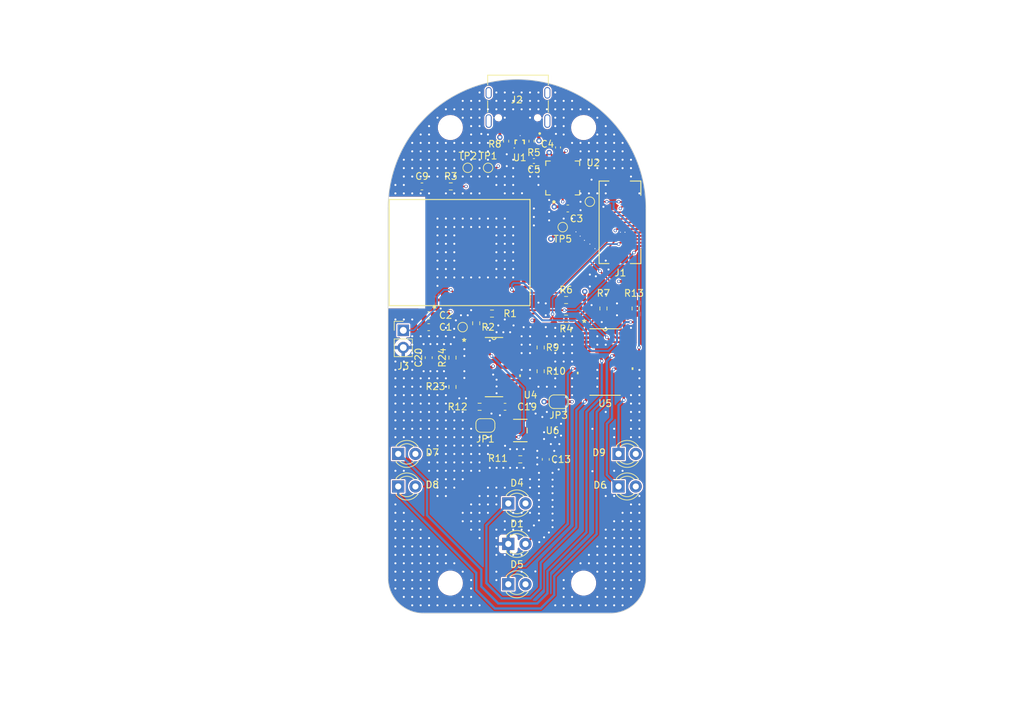
<source format=kicad_pcb>
(kicad_pcb (version 20221018) (generator pcbnew)
  (title_block (title "Optical Pulseoximeter") (date "2024-11-05") (rev "V1") (company "Iiro Karppanen"))
  (layers (0 "F.Cu" signal) (1 "In1.Cu" signal "GND") (2 "In2.Cu" power "VCC") (31 "B.Cu" signal) (34 "B.Paste" user) (35 "F.Paste" user) (36 "B.SilkS" user "B.Silkscreen") (37 "F.SilkS" user "F.Silkscreen") (38 "B.Mask" user) (39 "F.Mask" user) (44 "Edge.Cuts" user))
  (net 0 "")
  (net 1 "GND")
  (net 2 "+3.3V")
  (net 3 "VBUS")
  (net 4 "DP")
  (net 5 "DN")
  (net 6 "VCC{slash}2")
  (net 7 "Net-(U2-NR)")
  (net 8 "HR_SIGNAL")
  (net 9 "SDA")
  (net 10 "SCL")
  (net 11 "Net-(D1-A)")
  (net 12 "/LEDK")
  (net 13 "/DISPLAY_D{slash}C")
  (net 14 "/DISPLAY_CS")
  (net 15 "/DISPLAY_CLK")
  (net 16 "/DISPLAY_SDI")
  (net 17 "/DISPLAY_RESET")
  (net 18 "/TP_RST")
  (net 19 "/TP_INT")
  (net 22 "Net-(J2-CC1)")
  (net 25 "Net-(J2-CC2)")
  (net 34 "Net-(U3-EN)")
  (net 48 "Net-(U4A-+)")
  (net 49 "Net-(U4B-+)")
  (net 50 "Net-(U4B--)")
  (net 62 "/IO0")
  (net 63 "Net-(U4D-+)")
  (net 72 "Net-(D4-K)")
  (net 73 "Net-(D5-K)")
  (net 74 "Net-(D6-K)")
  (net 75 "Net-(D7-K)")
  (net 76 "Net-(D8-K)")
  (net 77 "Net-(D9-K)")
  (net 78 "Net-(U5-REXT)")
  (net 80 "Net-(C20-Pad1)")
  (net 81 "Net-(JP1-B)")
  (net 82 "Net-(JP1-A)")
  (net 83 "Net-(JP3-B)")
  (net 84 "Net-(U6-IN-)")
  (net 85 "/LED_RST")
  (footprint "Resistor_SMD:R_0603_1608Metric" (layer "F.Cu") (at 135.75 68.5 180)
    (fp_text reference "R3")
    (fp_text value "10k")
  )
  (footprint "Resistor_SMD:R_0603_1608Metric" (layer "F.Cu") (at 163 86.5 90)
    (fp_text reference "R13")
    (fp_text value "10k")
  )
  (footprint "Resistor_SMD:R_0402_1005Metric" (layer "F.Cu") (at 143.91 61.82 -90)
    (fp_text reference "R8")
    (fp_text value "5.1k")
  )
  (footprint "Resistor_SMD:R_0603_1608Metric" (layer "F.Cu") (at 152.75 85.25 180)
    (fp_text reference "R6")
    (fp_text value "2k2")
  )
  (footprint "Resistor_SMD:R_0603_1608Metric" (layer "F.Cu") (at 140 101 180)
    (fp_text reference "R12")
    (fp_text value "33k")
  )
  (footprint "Resistor_SMD:R_0603_1608Metric" (layer "F.Cu") (at 146 108.75)
    (fp_text reference "R11")
    (fp_text value "5.6M")
  )
  (footprint "Resistor_SMD:R_0402_1005Metric" (layer "F.Cu") (at 147.66 61.82 -90)
    (fp_text reference "R5")
    (fp_text value "5.1k")
  )
  (footprint "LM324DR:D14" (layer "F.Cu") (at 142.1212 95.145)
    (fp_text reference "U4")
    (fp_text value "LM324")
  )
  (footprint "Capacitor_SMD:C_0603_1608Metric" (layer "F.Cu") (at 149.75 108.75 90)
    (fp_text reference "C13")
    (fp_text value "0.22uF")
  )
  (footprint "TLC59116IPWR:PW28" (layer "F.Cu") (at 158.5 94.395)
    (fp_text reference "U5")
    (fp_text value "TLC59116IPWR")
  )
  (footprint "Capacitor_SMD:C_0603_1608Metric" (layer "F.Cu") (at 143.75 101)
    (fp_text reference "C19")
    (fp_text value "22uF")
  )
  (footprint "Resistor_SMD:R_0603_1608Metric" (layer "F.Cu") (at 149 95.75 -90)
    (fp_text reference "R10")
    (fp_text value "100k")
  )
  (footprint "Connector_PinHeader_2.54mm:PinHeader_1x02_P2.54mm_Vertical" (layer "F.Cu") (at 128.75 89.725)
    (fp_text reference "J3")
    (fp_text value "Conn_01x02")
  )
  (footprint "TestPoint:TestPoint_Pad_D1.0mm" (layer "F.Cu") (at 138.25 65.75)
    (fp_text reference "TP2")
    (fp_text value "TestPoint")
  )
  (footprint "MountingHole:MountingHole_3.2mm_M3" (layer "F.Cu") (at 155.33 127)
    (fp_text reference "REF**" hide)
    (fp_text value "MountingHole_3.2mm_M3")
  )
  (footprint "Capacitor_SMD:C_0603_1608Metric" (layer "F.Cu") (at 153 71.75)
    (fp_text reference "C3")
    (fp_text value "47uF")
  )
  (footprint "Resistor_SMD:R_0603_1608Metric" (layer "F.Cu") (at 149 92.25 -90)
    (fp_text reference "R9")
    (fp_text value "100k")
  )
  (footprint "Resistor_SMD:R_0603_1608Metric" (layer "F.Cu") (at 158.25 86.5 -90)
    (fp_text reference "R7")
    (fp_text value "910")
  )
  (footprint "LED_THT:LED_D3.0mm" (layer "F.Cu") (at 144.225 121.225)
    (fp_text reference "D1")
    (fp_text value "D_Photo")
  )
  (footprint "MountingHole:MountingHole_3.2mm_M3" (layer "F.Cu") (at 135.69 59.81)
    (fp_text reference "REF**" hide)
    (fp_text value "MountingHole_3.2mm_M3")
  )
  (footprint "MountingHole:MountingHole_3.2mm_M3" (layer "F.Cu") (at 155.33 59.81)
    (fp_text reference "REF**" hide)
    (fp_text value "MountingHole_3.2mm_M3")
  )
  (footprint "Capacitor_SMD:C_0603_1608Metric" (layer "F.Cu") (at 132.5 87.5 180)
    (fp_text reference "C2")
    (fp_text value "0.1uF")
  )
  (footprint "LED_THT:LED_D3.0mm" (layer "F.Cu") (at 160.475 107.95)
    (fp_text reference "D9")
    (fp_text value "LED")
  )
  (footprint "Resistor_SMD:R_0603_1608Metric" (layer "F.Cu") (at 139.5 88.675 90)
    (fp_text reference "R2")
    (fp_text value "50k")
  )
  (footprint "Jumper:SolderJumper-2_P1.3mm_Open_RoundedPad1.0x1.5mm" (layer "F.Cu") (at 151.649999 100.25 180)
    (fp_text reference "JP3")
    (fp_text value "SolderJumper_2_Bridged")
  )
  (footprint "LED_THT:LED_D3.0mm" (layer "F.Cu") (at 144.225 127.175)
    (fp_text reference "D5")
    (fp_text value "LED")
  )
  (footprint "Capacitor_SMD:C_0402_1005Metric" (layer "F.Cu") (at 151.559998 62.75 -90)
    (fp_text reference "C4")
    (fp_text value "1uF" hide)
  )
  (footprint "Resistor_SMD:R_0603_1608Metric" (layer "F.Cu") (at 152.75 88 180)
    (fp_text reference "R4")
    (fp_text value "2k2")
  )
  (footprint "Jumper:SolderJumper-2_P1.3mm_Open_RoundedPad1.0x1.5mm" (layer "F.Cu") (at 140.85 103.75 180)
    (fp_text reference "JP1")
    (fp_text value "SolderJumper_2_Bridged")
  )
  (footprint "TestPoint:TestPoint_Pad_D1.0mm" (layer "F.Cu") (at 156.25 70.75)
    (fp_text reference "TP4" hide)
    (fp_text value "TestPoint")
  )
  (footprint "Resistor_SMD:R_0603_1608Metric" (layer "F.Cu") (at 136 98.075 -90)
    (fp_text reference "R23")
    (fp_text value "100R")
  )
  (footprint "LED_THT:LED_D3.0mm" (layer "F.Cu") (at 160.475 112.75)
    (fp_text reference "D6")
    (fp_text value "LED")
  )
  (footprint "OPA140AIDBVR:DBV5-M" (layer "F.Cu") (at 146 104.5)
    (fp_text reference "U6")
    (fp_text value "OPA140AIDBVR")
  )
  (footprint "TestPoint:TestPoint_Pad_D1.0mm" (layer "F.Cu") (at 137.5 89.25)
    (fp_text reference "TP3" hide)
    (fp_text value "TestPoint")
  )
  (footprint "TestPoint:TestPoint_Pad_D1.0mm" (layer "F.Cu") (at 141.25 65.75)
    (fp_text reference "TP1")
    (fp_text value "TestPoint")
  )
  (footprint "LED_THT:LED_D3.0mm" (layer "F.Cu") (at 128 107.95)
    (fp_text reference "D7")
    (fp_text value "LED")
  )
  (footprint "TPD2EUSB30DRTR:DRT0003A" (layer "F.Cu") (at 145.91 62.25)
    (fp_text reference "U1")
    (fp_text value "TPD2EUSB30DRTR")
  )
  (footprint "X05A20L15T:CONN_X05A20L15T_XKB" (layer "F.Cu") (at 160.69 73.79 -90)
    (fp_text reference "J1")
    (fp_text value "X05A20L15T")
  )
  (footprint "Capacitor_SMD:C_0603_1608Metric" (layer "F.Cu") (at 132.5 93.75 -90)
    (fp_text reference "C20")
    (fp_text value "22uF")
  )
  (footprint "Resistor_SMD:R_0603_1608Metric" (layer "F.Cu") (at 136.000001 93.75 -90)
    (fp_text reference "R24")
    (fp_text value "1.8k")
  )
  (footprint "ESP32_S3_MINI_1_N8:ESP32-S3-MINI-1_EXP" (layer "F.Cu") (at 137.0573 78.25 90)
    (fp_text reference "U3" hide)
    (fp_text value "ESP32-S3-MINI-1-N8")
  )
  (footprint "Capacitor_SMD:C_0402_1005Metric" (layer "F.Cu") (at 148 64.75 180)
    (fp_text reference "C5")
    (fp_text value "10uF" hide)
  )
  (footprint "TPS7A4700RGWR:RGW0020A-IPC_A" (layer "F.Cu") (at 152.25 67.25 90)
    (fp_text reference "U2")
    (fp_text value "TPS7A4700RGWR")
  )
  (footprint "Capacitor_SMD:C_0603_1608Metric" (layer "F.Cu") (at 131.5 68.5 180)
    (fp_text reference "C9")
    (fp_text value "0.1uF")
  )
  (footprint "TYPE-C-31-M-12:TYPE-C-31-M-12" (layer "F.Cu") (at 145.66 54.69 180)
    (fp_text reference "J2")
    (fp_text value "TYPE-C-31-M-12")
  )
  (footprint "LED_THT:LED_D3.0mm" (layer "F.Cu") (at 128 112.75)
    (fp_text reference "D8")
    (fp_text value "LED")
  )
  (footprint "MountingHole:MountingHole_3.2mm_M3" (layer "F.Cu") (at 135.69 127)
    (fp_text reference "REF**" hide)
    (fp_text value "MountingHole_3.2mm_M3")
  )
  (footprint "LED_THT:LED_D3.0mm" (layer "F.Cu") (at 144.225 115.25)
    (fp_text reference "D4")
    (fp_text value "LED")
  )
  (footprint "TestPoint:TestPoint_Pad_D1.0mm" (layer "F.Cu") (at 152.25 74.5)
    (fp_text reference "TP5")
    (fp_text value "TestPoint")
  )
  (footprint "Resistor_SMD:R_0603_1608Metric" (layer "F.Cu") (at 141.825 87.25)
    (fp_text reference "R1")
    (fp_text value "100k")
  )
  (footprint "Capacitor_SMD:C_0603_1608Metric" (layer "F.Cu") (at 132.5 89.25 180)
    (fp_text reference "C1")
    (fp_text value "10uF")
  )
  (gr_line (start 159.320002 131.440004) (end 131.700006 131.440003) (stroke (width 0.1)) (layer "Edge.Cuts"))
  (gr_arc (start 145.51 52.71) (mid 158.945029 58.274971) (end 164.51 71.71) (stroke (width 0.1)) (layer "Edge.Cuts"))
  (gr_line (start 126.51 71.71) (end 126.51 126.25) (stroke (width 0.1)) (layer "Edge.Cuts"))
  (gr_arc (start 164.51 126.25) (mid 162.989885 129.919883) (end 159.320002 131.440004) (stroke (width 0.1)) (layer "Edge.Cuts"))
  (gr_line (start 164.51 71.71) (end 164.51 126.25) (stroke (width 0.1)) (layer "Edge.Cuts"))
  (gr_arc (start 131.700006 131.440003) (mid 128.030116 129.919888) (end 126.51 126.25) (stroke (width 0.1)) (layer "Edge.Cuts"))
  (gr_arc (start 126.51 71.71) (mid 132.074971 58.274971) (end 145.51 52.71) (stroke (width 0.1)) (layer "Edge.Cuts"))
  (segment (start 152.900001 66.599999) (end 152.25 67.25) (width 0.3) (layer "F.Cu") (net 1))
  (segment (start 153.55 65.95) (end 152.25 67.25) (width 0.3) (layer "F.Cu") (net 1))
  (segment (start 152.900001 64.87445) (end 152.900001 66.599999) (width 0.3) (layer "F.Cu") (net 1))
  (segment (start 152.899999 67.899999) (end 152.25 67.25) (width 0.3) (layer "F.Cu") (net 1))
  (segment (start 153.55 64.87445) (end 153.55 65.95) (width 0.3) (layer "F.Cu") (net 1))
  (segment (start 154.62555 67.25) (end 152.25 67.25) (width 0.3) (layer "F.Cu") (net 1))
  (segment (start 154.62555 67.899999) (end 152.899999 67.899999) (width 0.3) (layer "F.Cu") (net 1))
  (via (at 135.030742 104.24) (size 0.5) (drill 0.3) (layers "F.Cu" "B.Cu") (net 1))
  (via (at 150.207107 119.542893) (size 0.5) (drill 0.3) (layers "F.Cu" "B.Cu") (net 1))
  (via (at 151.150742 89.36) (size 0.5) (drill 0.3) (layers "F.Cu" "B.Cu") (net 1))
  (via (at 157.132181 81.748688) (size 0.5) (drill 0.3) (layers "F.Cu" "B.Cu") (net 1))
  (via (at 135.030742 124.08) (size 0.5) (drill 0.3) (layers "F.Cu" "B.Cu") (net 1))
  (via (at 133.790742 62.08) (size 0.5) (drill 0.3) (layers "F.Cu" "B.Cu") (net 1))
  (via (at 153.630742 96.8) (size 0.5) (drill 0.3) (layers "F.Cu" "B.Cu") (net 1))
  (via (at 132.75 91.75) (size 0.5) (drill 0.3) (layers "F.Cu" "B.Cu") (net 1))
  (via (at 150.25 73.5) (size 0.5) (drill 0.3) (layers "F.Cu" "B.Cu") (net 1))
  (via (at 130.070742 62.08) (size 0.5) (drill 0.3) (layers "F.Cu" "B.Cu") (net 1))
  (via (at 139.990742 57.12) (size 0.5) (drill 0.3) (layers "F.Cu" "B.Cu") (net 1))
  (via (at 150.5 106.5) (size 0.5) (drill 0.3) (layers "F.Cu" "B.Cu") (net 1))
  (via (at 137.510742 125.32) (size 0.5) (drill 0.3) (layers "F.Cu" "B.Cu") (net 1))
  (via (at 157.350742 122.84) (size 0.5) (drill 0.3) (layers "F.Cu" "B.Cu") (net 1))
  (via (at 131.310742 90.6) (size 0.5) (drill 0.3) (layers "F.Cu" "B.Cu") (net 1))
  (via (at 133.790742 83.16) (size 0.5) (drill 0.3) (layers "F.Cu" "B.Cu") (net 1))
  (via (at 135.030742 114.16) (size 0.5) (drill 0.3) (layers "F.Cu" "B.Cu") (net 1))
  (via (at 160.25 87.5) (size 0.5) (drill 0.3) (layers "F.Cu" "B.Cu") (net 1))
  (via (at 163.550742 116.64) (size 0.5) (drill 0.3) (layers "F.Cu" "B.Cu") (net 1))
  (via (at 159.830742 114.16) (size 0.5) (drill 0.3) (layers "F.Cu" "B.Cu") (net 1))
  (via (at 131.310742 63.32) (size 0.5) (drill 0.3) (layers "F.Cu" "B.Cu") (net 1))
  (via (at 162.310742 124.08) (size 0.5) (drill 0.3) (layers "F.Cu" "B.Cu") (net 1))
  (via (at 133.790742 98.04) (size 0.5) (drill 0.3) (layers "F.Cu" "B.Cu") (net 1))
  (via (at 152.390742 93.08) (size 0.5) (drill 0.3) (layers "F.Cu" "B.Cu") (net 1))
  (via (at 138.750742 107.96) (size 0.5) (drill 0.3) (layers "F.Cu" "B.Cu") (net 1))
  (via (at 127.590742 105.48) (size 0.5) (drill 0.3) (layers "F.Cu" "B.Cu") (net 1))
  (via (at 136.270742 110.44) (size 0.5) (drill 0.3) (layers "F.Cu" "B.Cu") (net 1))
  (via (at 163.550742 101.76) (size 0.5) (drill 0.3) (layers "F.Cu" "B.Cu") (net 1))
  (via (at 144.950742 76.96) (size 0.5) (drill 0.3) (layers "F.Cu" "B.Cu") (net 1))
  (via (at 138.750742 109.2) (size 0.5) (drill 0.3) (layers "F.Cu" "B.Cu") (net 1))
  (via (at 151.150742 104.24) (size 0.5) (drill 0.3) (layers "F.Cu" "B.Cu") (net 1))
  (via (at 148.670742 55.88) (size 0.5) (drill 0.3) (layers "F.Cu" "B.Cu") (net 1))
  (via (at 158.590742 62.08) (size 0.5) (drill 0.3) (layers "F.Cu" "B.Cu") (net 1))
  (via (at 156.25 81.5) (size 0.5) (drill 0.3) (layers "F.Cu" "B.Cu") (net 1))
  (via (at 127.590742 124.08) (size 0.5) (drill 0.3) (layers "F.Cu" "B.Cu") (net 1))
  (via (at 162.310742 65.8) (size 0.5) (drill 0.3) (layers "F.Cu" "B.Cu") (net 1))
  (via (at 144.950742 75.72) (size 0.5) (drill 0.3) (layers "F.Cu" "B.Cu") (net 1))
  (via (at 142.75 89) (size 0.5) (drill 0.3) (layers "F.Cu" "B.Cu") (net 1))
  (via (at 131.310742 101.76) (size 0.5) (drill 0.3) (layers "F.Cu" "B.Cu") (net 1))
  (via (at 151.651022 110.242659) (size 0.5) (drill 0.3) (layers "F.Cu" "B.Cu") (net 1))
  (via (at 132.550742 130.28) (size 0.5) (drill 0.3) (layers "F.Cu" "B.Cu") (net 1))
  (via (at 143.710742 55.88) (size 0.5) (drill 0.3) (layers "F.Cu" "B.Cu") (net 1))
  (via (at 141.230742 89.36) (size 0.5) (drill 0.3) (layers "F.Cu" "B.Cu") (net 1))
  (via (at 146.190742 57.12) (size 0.5) (drill 0.3) (layers "F.Cu" "B.Cu") (net 1))
  (via (at 131.310742 62.08) (size 0.5) (drill 0.3) (layers "F.Cu" "B.Cu") (net 1))
  (via (at 131.310742 124.08) (size 0.5) (drill 0.3) (layers "F.Cu" "B.Cu") (net 1))
  (via (at 132.550742 96.8) (size 0.5) (drill 0.3) (layers "F.Cu" "B.Cu") (net 1))
  (via (at 132.550742 110.44) (size 0.5) (drill 0.3) (layers "F.Cu" "B.Cu") (net 1))
  (via (at 156.5 67.5) (size 0.5) (drill 0.3) (layers "F.Cu" "B.Cu") (net 1))
  (via (at 131.310742 130.28) (size 0.5) (drill 0.3) (layers "F.Cu" "B.Cu") (net 1))
  (via (at 135.030742 90.6) (size 0.5) (drill 0.3) (layers "F.Cu" "B.Cu") (net 1))
  (via (at 143.710742 58.36) (size 0.5) (drill 0.3) (layers "F.Cu" "B.Cu") (net 1))
  (via (at 130.070742 105.48) (size 0.5) (drill 0.3) (layers "F.Cu" "B.Cu") (net 1))
  (via (at 127.590742 69.52) (size 0.5) (drill 0.3) (layers "F.Cu" "B.Cu") (net 1))
  (via (at 130.070742 94.32) (size 0.5) (drill 0.3) (layers "F.Cu" "B.Cu") (net 1))
  (via (at 162.310742 99.28) (size 0.5) (drill 0.3) (layers "F.Cu" "B.Cu") (net 1))
  (via (at 151.150742 130.28) (size 0.5) (drill 0.3) (layers "F.Cu" "B.Cu") (net 1))
  (via (at 144.950742 79.44) (size 0.5) (drill 0.3) (layers "F.Cu" "B.Cu") (net 1))
  (via (at 135.030742 100.52) (size 0.5) (drill 0.3) (layers "F.Cu" "B.Cu") (net 1))
  (via (at 133.790742 129.04) (size 0.5) (drill 0.3) (layers "F.Cu" "B.Cu") (net 1))
  (via (at 148.5 109.5) (size 0.5) (drill 0.3) (layers "F.Cu" "B.Cu") (net 1))
  (via (at 138.750742 119.12) (size 0.5) (drill 0.3) (layers "F.Cu" "B.Cu") (net 1))
  (via (at 148.75 114.75) (size 0.5) (drill 0.3) (layers "F.Cu" "B.Cu") (net 1))
  (via (at 138.750742 130.28) (size 0.5) (drill 0.3) (layers "F.Cu" "B.Cu") (net 1))
  (via (at 143.710742 79.44) (size 0.5) (drill 0.3) (layers "F.Cu" "B.Cu") (net 1))
  (via (at 143.710742 119.12) (size 0.5) (drill 0.3) (layers "F.Cu" "B.Cu") (net 1))
  (via (at 149.910742 98.04) (size 0.5) (drill 0.3) (layers "F.Cu" "B.Cu") (net 1))
  (via (at 162.310742 129.04) (size 0.5) (drill 0.3) (layers "F.Cu" "B.Cu") (net 1))
  (via (at 141.230742 112.92) (size 0.5) (drill 0.3) (layers "F.Cu" "B.Cu") (net 1))
  (via (at 133.790742 105.48) (size 0.5) (drill 0.3) (layers "F.Cu" "B.Cu") (net 1))
  (via (at 131.310742 69.52) (size 0.5) (drill 0.3) (layers "F.Cu" "B.Cu") (net 1))
  (via (at 142.470742 74.48) (size 0.5) (drill 0.3) (layers "F.Cu" "B.Cu") (net 1))
  (via (at 130.070742 100.52) (size 0.5) (drill 0.3) (layers "F.Cu" "B.Cu") (net 1))
  (via (at 159.830742 124.08) (size 0.5) (drill 0.3) (layers "F.Cu" "B.Cu") (net 1))
  (via (at 139.990742 59.6) (size 0.5) (drill 0.3) (layers "F.Cu" "B.Cu") (net 1))
  (via (at 146.190742 117.88) (size 0.5) (drill 0.3) (layers "F.Cu" "B.Cu") (net 1))
  (via (at 148.75 115.75) (size 0.5) (drill 0.3) (layers "F.Cu" "B.Cu") (net 1))
  (via (at 132.550742 59.6) (size 0.5) (drill 0.3) (layers "F.Cu" "B.Cu") (net 1))
  (via (at 128.830742 95.56) (size 0.5) (drill 0.3) (layers "F.Cu" "B.Cu") (net 1))
  (via (at 144.950742 116.64) (size 0.5) (drill 0.3) (layers "F.Cu" "B.Cu") (net 1))
  (via (at 144.950742 69.52) (size 0.5) (drill 0.3) (layers "F.Cu" "B.Cu") (net 1))
  (via (at 133.790742 74.48) (size 0.5) (drill 0.3) (layers "F.Cu" "B.Cu") (net 1))
  (via (at 138.75 86.75) (size 0.5) (drill 0.3) (layers "F.Cu" "B.Cu") (net 1))
  (via (at 135.030742 57.12) (size 0.5) (drill 0.3) (layers "F.Cu" "B.Cu") (net 1))
  (via (at 127.590742 88.12) (size 0.5) (drill 0.3) (layers "F.Cu" "B.Cu") (net 1))
  (via (at 137.25 87.5) (size 0.5) (drill 0.3) (layers "F.Cu" "B.Cu") (net 1))
  (via (at 158 88.5) (size 0.5) (drill 0.3) (layers "F.Cu" "B.Cu") (net 1))
  (via (at 146.190742 91.84) (size 0.5) (drill 0.3) (layers "F.Cu" "B.Cu") (net 1))
  (via (at 139.990742 105.48) (size 0.5) (drill 0.3) (layers "F.Cu" "B.Cu") (net 1))
  (via (at 134.263849 86.506925) (size 0.5) (drill 0.3) (layers "F.Cu" "B.Cu") (net 1))
  (via (at 151.150742 91.84) (size 0.5) (drill 0.3) (layers "F.Cu" "B.Cu") (net 1))
  (via (at 137.510742 111.68) (size 0.5) (drill 0.3) (layers "F.Cu" "B.Cu") (net 1))
  (via (at 135.030742 75.72) (size 0.5) (drill 0.3) (layers "F.Cu" "B.Cu") (net 1))
  (via (at 157.350742 60.84) (size 0.5) (drill 0.3) (layers "F.Cu" "B.Cu") (net 1))
  (via (at 159.830742 60.84) (size 0.5) (drill 0.3) (layers "F.Cu" "B.Cu") (net 1))
  (via (at 162.310742 119.12) (size 0.5) (drill 0.3) (layers "F.Cu" "B.Cu") (net 1))
  (via (at 128.830742 116.64) (size 0.5) (drill 0.3) (layers "F.Cu" "B.Cu") (net 1))
  (via (at 139.990742 55.88) (size 0.5) (drill 0.3) (layers "F.Cu" "B.Cu") (net 1))
  (via (at 141.230742 81.92) (size 0.5) (drill 0.3) (layers "F.Cu" "B.Cu") (net 1))
  (via (at 138.750742 126.56) (size 0.5) (drill 0.3) (layers "F.Cu" "B.Cu") (net 1))
  (via (at 137.510742 103) (size 0.5) (drill 0.3) (layers "F.Cu" "B.Cu") (net 1))
  (via (at 133.790742 80.68) (size 0.5) (drill 0.3) (layers "F.Cu" "B.Cu") (net 1))
  (via (at 141.230742 63.32) (size 0.5) (drill 0.3) (layers "F.Cu" "B.Cu") (net 1))
  (via (at 130.070742 96.8) (size 0.5) (drill 0.3) (layers "F.Cu" "B.Cu") (net 1))
  (via (at 133.790742 81.92) (size 0.5) (drill 0.3) (layers "F.Cu" "B.Cu") (net 1))
  (via (at 127.590742 127.8) (size 0.5) (drill 0.3) (layers "F.Cu" "B.Cu") (net 1))
  (via (at 161.070742 121.6) (size 0.5) (drill 0.3) (layers "F.Cu" "B.Cu") (net 1))
  (via (at 136.270742 78.2) (size 0.5) (drill 0.3) (layers "F.Cu" "B.Cu") (net 1))
  (via (at 152.390742 89.36) (size 0.5) (drill 0.3) (layers "F.Cu" "B.Cu") (net 1))
  (via (at 157.350742 63.32) (size 0.5) (drill 0.3) (layers "F.Cu" "B.Cu") (net 1))
  (via (at 151.150742 105.48) (size 0.5) (drill 0.3) (layers "F.Cu" "B.Cu") (net 1))
  (via (at 162.310742 121.6) (size 0.5) (drill 0.3) (layers "F.Cu" "B.Cu") (net 1))
  (via (at 146.190742 55.88) (size 0.5) (drill 0.3) (layers "F.Cu" "B.Cu") (net 1))
  (via (at 137.510742 104.24) (size 0.5) (drill 0.3) (layers "F.Cu" "B.Cu") (net 1))
  (via (at 137 99.75) (size 0.5) (drill 0.3) (layers "F.Cu" "B.Cu") (net 1))
  (via (at 163.550742 96.8) (size 0.5) (drill 0.3) (layers "F.Cu" "B.Cu") (net 1))
  (via (at 139.990742 109.2) (size 0.5) (drill 0.3) (layers "F.Cu" "B.Cu") (net 1))
  (via (at 151.150742 90.6) (size 0.5) (drill 0.3) (layers "F.Cu" "B.Cu") (net 1))
  (via (at 144 65.5) (size 0.5) (drill 0.3) (layers "F.Cu" "B.Cu") (net 1))
  (via (at 156.110742 63.32) (size 0.5) (drill 0.3) (layers "F.Cu" "B.Cu") (net 1))
  (via (at 156.110742 69.52) (size 0.5) (drill 0.3) (layers "F.Cu" "B.Cu") (net 1))
  (via (at 148.75 117.75) (size 0.5) (drill 0.3) (layers "F.Cu" "B.Cu") (net 1))
  (via (at 133.790742 122.84) (size 0.5) (drill 0.3) (layers "F.Cu" "B.Cu") (net 1))
  (via (at 148 74.25) (size 0.5) (drill 0.3) (layers "F.Cu" "B.Cu") (net 1))
  (via (at 128.830742 127.8) (size 0.5) (drill 0.3) (layers "F.Cu" "B.Cu") (net 1))
  (via (at 141.5 91.25) (size 0.5) (drill 0.3) (layers "F.Cu" "B.Cu") (net 1))
  (via (at 147.25 119.25) (size 0.5) (drill 0.3) (layers "F.Cu" "B.Cu") (net 1))
  (via (at 152.390742 90.6) (size 0.5) (drill 0.3) (layers "F.Cu" "B.Cu") (net 1))
  (via (at 142.470742 112.92) (size 0.5) (drill 0.3) (layers "F.Cu" "B.Cu") (net 1))
  (via (at 161.070742 120.36) (size 0.5) (drill 0.3) (layers "F.Cu" "B.Cu") (net 1))
  (via (at 133.790742 110.44) (size 0.5) (drill 0.3) (layers "F.Cu" "B.Cu") (net 1))
  (via (at 128.830742 120.36) (size 0.5) (drill 0.3) (layers "F.Cu" "B.Cu") (net 1))
  (via (at 160.75 75.25) (size 0.25) (drill 0.15) (layers "F.Cu" "B.Cu") (net 1))
  (via (at 135.030742 112.92) (size 0.5) (drill 0.3) (layers "F.Cu" "B.Cu") (net 1))
  (via (at 139.990742 58.36) (size 0.5) (drill 0.3) (layers "F.Cu" "B.Cu") (net 1))
  (via (at 161.070742 130.28) (size 0.5) (drill 0.3) (layers "F.Cu" "B.Cu") (net 1))
  (via (at 142.470742 125.32) (size 0.5) (drill 0.3) (layers "F.Cu" "B.Cu") (net 1))
  (via (at 159.830742 129.04) (size 0.5) (drill 0.3) (layers "F.Cu" "B.Cu") (net 1))
  (via (at 157.350742 58.36) (size 0.5) (drill 0.3) (layers "F.Cu" "B.Cu") (net 1))
  (via (at 158.590742 65.8) (size 0.5) (drill 0.3) (layers "F.Cu" "B.Cu") (net 1))
  (via (at 139.990742 116.64) (size 0.5) (drill 0.3) (layers "F.Cu" "B.Cu") (net 1))
  (via (at 149.910742 57.12) (size 0.5) (drill 0.3) (layers "F.Cu" "B.Cu") (net 1))
  (via (at 148.670742 85.64) (size 0.5) (drill 0.3) (layers "F.Cu" "B.Cu") (net 1))
  (via (at 156.110742 62.08) (size 0.5) (drill 0.3) (layers "F.Cu" "B.Cu") (net 1))
  (via (at 154.870742 57.12) (size 0.5) (drill 0.3) (layers "F.Cu" "B.Cu") (net 1))
  (via (at 130.070742 129.04) (size 0.5) (drill 0.3) (layers "F.Cu" "B.Cu") (net 1))
  (via (at 153.630742 57.12) (size 0.5) (drill 0.3) (layers "F.Cu" "B.Cu") (net 1))
  (via (at 148 118.5) (size 0.5) (drill 0.3) (layers "F.Cu" "B.Cu") (net 1))
  (via (at 151.150742 57.12) (size 0.5) (drill 0.3) (layers "F.Cu" "B.Cu") (net 1))
  (via (at 139.990742 64.56) (size 0.5) (drill 0.3) (layers "F.Cu" "B.Cu") (net 1))
  (via (at 146.25 69.5) (size 0.5) (drill 0.3) (layers "F.Cu" "B.Cu") (net 1))
  (via (at 156.110742 124.08) (size 0.5) (drill 0.3) (layers "F.Cu" "B.Cu") (net 1))
  (via (at 127.590742 68.28) (size 0.5) (drill 0.3) (layers "F.Cu" "B.Cu") (net 1))
  (via (at 150.75 113.75) (size 0.5) (drill 0.3) (layers "F.Cu" "B.Cu") (net 1))
  (via (at 152 103.5) (size 0.5) (drill 0.3) (layers "F.Cu" "B.Cu") (net 1))
  (via (at 150.75 118.75) (size 0.5) (drill 0.3) (layers "F.Cu" "B.Cu") (net 1))
  (via (at 161.070742 122.84) (size 0.5) (drill 0.3) (layers "F.Cu" "B.Cu") (net 1))
  (via (at 146.190742 93.08) (size 0.5) (drill 0.3) (layers "F.Cu" "B.Cu") (net 1))
  (via (at 133.790742 112.92) (size 0.5) (drill 0.3) (layers "F.Cu" "B.Cu") (net 1))
  (via (at 153.630742 89.36) (size 0.5) (drill 0.3) (layers "F.Cu" "B.Cu") (net 1))
  (via (at 161.070742 126.56) (size 0.5) (drill 0.3) (layers "F.Cu" "B.Cu") (net 1))
  (via (at 130.070742 93.08) (size 0.5) (drill 0.3) (layers "F.Cu" "B.Cu") (net 1))
  (via (at 131.310742 93.08) (size 0.5) (drill 0.3) (layers "F.Cu" "B.Cu") (net 1))
  (via (at 157.350742 65.8) (size 0.5) (drill 0.3) (layers "F.Cu" "B.Cu") (net 1))
  (via (at 158.590742 89.36) (size 0.5) (drill 0.3) (layers "F.Cu" "B.Cu") (net 1))
  (via (at 135.030742 106.72) (size 0.5) (drill 0.3) (layers "F.Cu" "B.Cu") (net 1))
  (via (at 144.950742 81.92) (size 0.5) (drill 0.3) (layers "F.Cu" "B.Cu") (net 1))
  (via (at 158.590742 122.84) (size 0.5) (drill 0.3) (layers "F.Cu" "B.Cu") (net 1))
  (via (at 146.5 107.25) (size 0.5) (drill 0.3) (layers "F.Cu" "B.Cu") (net 1))
  (via (at 139.990742 54.64) (size 0.5) (drill 0.3) (layers "F.Cu" "B.Cu") (net 1))
  (via (at 159.830742 105.48) (size 0.5) (drill 0.3) (layers "F.Cu" "B.Cu") (net 1))
  (via (at 139.990742 63.32) (size 0.5) (drill 0.3) (layers "F.Cu" "B.Cu") (net 1))
  (via (at 143.710742 75.72) (size 0.5) (drill 0.3) (layers "F.Cu" "B.Cu") (net 1))
  (via (at 144.5 110) (size 0.5) (drill 0.3) (layers "F.Cu" "B.Cu") (net 1))
  (via (at 151.25 60.75) (size 0.5) (drill 0.3) (layers "F.Cu" "B.Cu") (net 1))
  (via (at 131.310742 65.8) (size 0.5) (drill 0.3) (layers "F.Cu" "B.Cu") (net 1))
  (via (at 157.350742 91.84) (size 0.5) (drill 0.3) (layers "F.Cu" "B.Cu") (net 1))
  (via (at 139.990742 107.96) (size 0.5) (drill 0.3) (layers "F.Cu" "B.Cu") (net 1))
  (via (at 128.830742 129.04) (size 0.5) (drill 0.3) (layers "F.Cu" "B.Cu") (net 1))
  (via (at 142.470742 120.36) (size 0.5) (drill 0.3) (layers "F.Cu" "B.Cu") (net 1))
  (via (at 130.070742 125.32) (size 0.5) (drill 0.3) (layers "F.Cu" "B.Cu") (net 1))
  (via (at 127.590742 126.56) (size 0.5) (drill 0.3) (layers "F.Cu" "B.Cu") (net 1))
  (via (at 133.790742 107.96) (size 0.5) (drill 0.3) (layers "F.Cu" "B.Cu") (net 1))
  (via (at 157.350742 64.56) (size 0.5) (drill 0.3) (layers "F.Cu" "B.Cu") (net 1))
  (via (at 137.75 92.5) (size 0.5) (drill 0.3) (layers "F.Cu" "B.Cu") (net 1))
  (via (at 151.150742 109.2) (size 0.5) (drill 0.3) (layers "F.Cu" "B.Cu") (net 1))
  (via (at 148.75 113.75) (size 0.5) (drill 0.3) (layers "F.Cu" "B.Cu") (net 1))
  (via (at 142.470742 79.44) (size 0.5) (drill 0.3) (layers "F.Cu" "B.Cu") (net 1))
  (via (at 145 89) (size 0.5) (drill 0.3) (layers "F.Cu" "B.Cu") (net 1))
  (via (at 149.910742 90.6) (size 0.5) (drill 0.3) (layers "F.Cu" "B.Cu") (net 1))
  (via (at 158.590742 59.6) (size 0.5) (drill 0.3) (layers "F.Cu" "B.Cu") (net 1))
  (via (at 142.470742 73.24) (size 0.5) (drill 0.3) (layers "F.Cu" "B.Cu") (net 1))
  (via (at 152.390742 94.32) (size 0.5) (drill 0.3) (layers "F.Cu" "B.Cu") (net 1))
  (via (at 142.5 90) (size 0.5) (drill 0.3) (layers "F.Cu" "B.Cu") (net 1))
  (via (at 150.25 70.5) (size 0.5) (drill 0.3) (layers "F.Cu" "B.Cu") (net 1))
  (via (at 136.25 89.5) (size 0.5) (drill 0.3) (layers "F.Cu" "B.Cu") (net 1))
  (via (at 144.950742 64.56) (size 0.5) (drill 0.3) (layers "F.Cu" "B.Cu") (net 1))
  (via (at 132.550742 103) (size 0.5) (drill 0.3) (layers "F.Cu" "B.Cu") (net 1))
  (via (at 157.350742 62.08) (size 0.5) (drill 0.3) (layers "F.Cu" "B.Cu") (net 1))
  (via (at 156.110742 64.56) (size 0.5) (drill 0.3) (layers "F.Cu" "B.Cu") (net 1))
  (via (at 162.310742 105.48) (size 0.5) (drill 0.3) (layers "F.Cu" "B.Cu") (net 1))
  (via (at 135.030742 105.48) (size 0.5) (drill 0.3) (layers "F.Cu" "B.Cu") (net 1))
  (via (at 156.110742 130.28) (size 0.5) (drill 0.3) (layers "F.Cu" "B.Cu") (net 1))
  (via (at 162.310742 100.52) (size 0.5) (drill 0.3) (layers "F.Cu" "B.Cu") (net 1))
  (via (at 137.510742 116.64) (size 0.5) (drill 0.3) (layers "F.Cu" "B.Cu") (net 1))
  (via (at 163.550742 99.28) (size 0.5) (drill 0.3) (layers "F.Cu" "B.Cu") (net 1))
  (via (at 131.310742 104.24) (size 0.5) (drill 0.3) (layers "F.Cu" "B.Cu") (net 1))
  (via (at 143.710742 74.48) (size 0.5) (drill 0.3) (layers "F.Cu" "B.Cu") (net 1))
  (via (at 138.750742 73.24) (size 0.5) (drill 0.3) (layers "F.Cu" "B.Cu") (net 1))
  (via (at 132.550742 126.56) (size 0.5) (drill 0.3) (layers "F.Cu" "B.Cu") (net 1))
  (via (at 133.790742 75.72) (size 0.5) (drill 0.3) (layers "F.Cu" "B.Cu") (net 1))
  (via (at 133.790742 124.08) (size 0.5) (drill 0.3) (layers "F.Cu" "B.Cu") (net 1))
  (via (at 131.310742 126.56) (size 0.5) (drill 0.3) (layers "F.Cu" "B.Cu") (net 1))
  (via (at 133.790742 64.56) (size 0.5) (drill 0.3) (layers "F.Cu" "B.Cu") (net 1))
  (via (at 148.220023 125.279977) (size 0.5) (drill 0.3) (layers "F.Cu" "B.Cu") (net 1))
  (via (at 143.710742 57.12) (size 0.5) (drill 0.3) (layers "F.Cu" "B.Cu") (net 1))
  (via (at 163.550742 69.52) (size 0.5) (drill 0.3) (layers "F.Cu" "B.Cu") (net 1))
  (via (at 137.510742 73.24) (size 0.5) (drill 0.3) (layers "F.Cu" "B.Cu") (net 1))
  (via (at 158.590742 101.76) (size 0.5) (drill 0.3) (layers "F.Cu" "B.Cu") (net 1))
  (via (at 161.070742 125.32) (size 0.5) (drill 0.3) (layers "F.Cu" "B.Cu") (net 1))
  (via (at 130.070742 103) (size 0.5) (drill 0.3) (layers "F.Cu" "B.Cu") (net 1))
  (via (at 132.550742 106.72) (size 0.5) (drill 0.3) (layers "F.Cu" "B.Cu") (net 1))
  (via (at 131.310742 60.84) (size 0.5) (drill 0.3) (layers "F.Cu" "B.Cu") (net 1))
  (via (at 138.750742 106.72) (size 0.5) (drill 0.3) (layers "F.Cu" "B.Cu") (net 1))
  (via (at 130.070742 122.84) (size 0.5) (drill 0.3) (layers "F.Cu" "B.Cu") (net 1))
  (via (at 131.310742 129.04) (size 0.5) (drill 0.3) (layers "F.Cu" "B.Cu") (net 1))
  (via (at 130.070742 99.28) (size 0.5) (drill 0.3) (layers "F.Cu" "B.Cu") (net 1))
  (via (at 136.270742 67.04) (size 0.5) (drill 0.3) (layers "F.Cu" "B.Cu") (net 1))
  (via (at 141.230742 106.72) (size 0.5) (drill 0.3) (layers "F.Cu" "B.Cu") (net 1))
  (via (at 161.070742 124.08) (size 0.5) (drill 0.3) (layers "F.Cu" "B.Cu") (net 1))
  (via (at 127.590742 96.8) (size 0.5) (drill 0.3) (layers "F.Cu" "B.Cu") (net 1))
  (via (at 156.6245 110.5) (size 0.5) (drill 0.3) (layers "F.Cu" "B.Cu") (net 1))
  (via (at 144.950742 57.12) (size 0.5) (drill 0.3) (layers "F.Cu" "B.Cu") (net 1))
  (via (at 150.75 116.75) (size 0.5) (drill 0.3) (layers "F.Cu" "B.Cu") (net 1))
  (via (at 131.310742 96.8) (size 0.5) (drill 0.3) (layers "F.Cu" "B.Cu") (net 1))
  (via (at 144.950742 117.88) (size 0.5) (drill 0.3) (layers "F.Cu" "B.Cu") (net 1))
  (via (at 146.494622 89.255378) (size 0.5) (drill 0.3) (layers "F.Cu" "B.Cu") (net 1))
  (via (at 147.430742 58.36) (size 0.5) (drill 0.3) (layers "F.Cu" "B.Cu") (net 1))
  (via (at 130.070742 104.24) (size 0.5) (drill 0.3) (layers "F.Cu" "B.Cu") (net 1))
  (via (at 131.310742 122.84) (size 0.5) (drill 0.3) (layers "F.Cu" "B.Cu") (net 1))
  (via (at 138.750742 60.84) (size 0.5) (drill 0.3) (layers "F.Cu" "B.Cu") (net 1))
  (via (at 147.430742 67.04) (size 0.5) (drill 0.3) (layers "F.Cu" "B.Cu") (net 1))
  (via (at 157.350742 96.8) (size 0.5) (drill 0.3) (layers "F.Cu" "B.Cu") (net 1))
  (via (at 141.230742 115.4) (size 0.5) (drill 0.3) (layers "F.Cu" "B.Cu") (net 1))
  (via (at 148 73) (size 0.5) (drill 0.3) (layers "F.Cu" "B.Cu") (net 1))
  (via (at 162.310742 67.04) (size 0.5) (drill 0.3) (layers "F.Cu" "B.Cu") (net 1))
  (via (at 143.710742 69.52) (size 0.5) (drill 0.3) (layers "F.Cu" "B.Cu") (net 1))
  (via (at 150.75 112.75) (size 0.5) (drill 0.3) (layers "F.Cu" "B.Cu") (net 1))
  (via (at 146.190742 116.64) (size 0.5) (drill 0.3) (layers "F.Cu" "B.Cu") (net 1))
  (via (at 152.390742 91.84) (size 0.5) (drill 0.3) (layers "F.Cu" "B.Cu") (net 1))
  (via (at 149.5 104.75) (size 0.5) (drill 0.3) (layers "F.Cu" "B.Cu") (net 1))
  (via (at 142.470742 119.12) (size 0.5) (drill 0.3) (layers "F.Cu" "B.Cu") (net 1))
  (via (at 154.824833 75.824833) (size 0.25) (drill 0.15) (layers "F.Cu" "B.Cu") (net 1))
  (via (at 136.270742 75.72) (size 0.5) (drill 0.3) (layers "F.Cu" "B.Cu") (net 1))
  (via (at 153.630742 125.32) (size 0.5) (drill 0.3) (layers "F.Cu" "B.Cu") (net 1))
  (via (at 133.790742 78.2) (size 0.5) (drill 0.3) (layers "F.Cu" "B.Cu") (net 1))
  (via (at 133.790742 111.68) (size 0.5) (drill 0.3) (layers "F.Cu" "B.Cu") (net 1))
  (via (at 146.190742 119.12) (size 0.5) (drill 0.3) (layers "F.Cu" "B.Cu") (net 1))
  (via (at 133.790742 76.96) (size 0.5) (drill 0.3) (layers "F.Cu" "B.Cu") (net 1))
  (via (at 148.25 102) (size 0.5) (drill 0.3) (layers "F.Cu" "B.Cu") (net 1))
  (via (at 133.790742 114.16) (size 0.5) (drill 0.3) (layers "F.Cu" "B.Cu") (net 1))
  (via (at 136.270742 112.92) (size 0.5) (drill 0.3) (layers "F.Cu" "B.Cu") (net 1))
  (via (at 145.5 110) (size 0.5) (drill 0.3) (layers "F.Cu" "B.Cu") (net 1))
  (via (at 136.270742 65.8) (size 0.5) (drill 0.3) (layers "F.Cu" "B.Cu") (net 1))
  (via (at 130.070742 69.52) (size 0.5) (drill 0.3) (layers "F.Cu" "B.Cu") (net 1))
  (via (at 158.590742 120.36) (size 0.5) (drill 0.3) (layers "F.Cu" "B.Cu") (net 1))
  (via (at 137.510742 81.92) (size 0.5) (drill 0.3) (layers "F.Cu" "B.Cu") (net 1))
  (via (at 137.75 93.5) (size 0.5) (drill 0.3) (layers "F.Cu" "B.Cu") (net 1))
  (via (at 143.710742 117.88) (size 0.5) (drill 0.3) (layers "F.Cu" "B.Cu") (net 1))
  (via (at 159.830742 125.32) (size 0.5) (drill 0.3) (layers "F.Cu" "B.Cu") (net 1))
  (via (at 137.510742 101.76) (size 0.5) (drill 0.3) (layers "F.Cu" "B.Cu") (net 1))
  (via (at 163.550742 103) (size 0.5) (drill 0.3) (layers "F.Cu" "B.Cu") (net 1))
  (via (at 142.470742 75.72) (size 0.5) (drill 0.3) (layers "F.Cu" "B.Cu") (net 1))
  (via (at 136.270742 111.68) (size 0.5) (drill 0.3) (layers "F.Cu" "B.Cu") (net 1))
  (via (at 144.5 107.25) (size 0.5) (drill 0.3) (layers "F.Cu" "B.Cu") (net 1))
  (via (at 152.390742 58.36) (size 0.5) (drill 0.3) (layers "F.Cu" "B.Cu") (net 1))
  (via (at 153.630742 98.04) (size 0.5) (drill 0.3) (layers "F.Cu" "B.Cu") (net 1))
  (via (at 135.030742 74.48) (size 0.5) (drill 0.3) (layers "F.Cu" "B.Cu") (net 1))
  (via (at 128.830742 94.32) (size 0.5) (drill 0.3) (layers "F.Cu" "B.Cu") (net 1))
  (via (at 136.270742 103) (size 0.5) (drill 0.3) (layers "F.Cu" "B.Cu") (net 1))
  (via (at 127.590742 99.28) (size 0.5) (drill 0.3) (layers "F.Cu" "B.Cu") (net 1))
  (via (at 159.830742 104.24) (size 0.5) (drill 0.3) (layers "F.Cu" "B.Cu") (net 1))
  (via (at 149.75 87.5) (size 0.5) (drill 0.3) (layers "F.Cu" "B.Cu") (net 1))
  (via (at 144.950742 67.04) (size 0.5) (drill 0.3) (layers "F.Cu" "B.Cu") (net 1))
  (via (at 141.5 110) (size 0.5) (drill 0.3) (layers "F.Cu" "B.Cu") (net 1))
  (via (at 158.590742 114.16) (size 0.5) (drill 0.3) (layers "F.Cu" "B.Cu") (net 1))
  (via (at 132.550742 90.6) (size 0.5) (drill 0.3) (layers "F.Cu" "B.Cu") (net 1))
  (via (at 135.030742 80.68) (size 0.5) (drill 0.3) (layers "F.Cu" "B.Cu") (net 1))
  (via (at 142.5 99) (size 0.5) (drill 0.3) (layers "F.Cu" "B.Cu") (net 1))
  (via (at 127.590742 121.6) (size 0.5) (drill 0.3) (layers "F.Cu" "B.Cu") (net 1))
  (via (at 128.830742 64.56) (size 0.5) (drill 0.3) (layers "F.Cu" "B.Cu") (net 1))
  (via (at 153.630742 90.6) (size 0.5) (drill 0.3) (layers "F.Cu" "B.Cu") (net 1))
  (via (at 159.830742 122.84) (size 0.5) (drill 0.3) (layers "F.Cu" "B.Cu") (net 1))
  (via (at 158.590742 91.84) (size 0.5) (drill 0.3) (layers "F.Cu" "B.Cu") (net 1))
  (via (at 136.270742 57.12) (size 0.5) (drill 0.3) (layers "F.Cu" "B.Cu") (net 1))
  (via (at 141.230742 116.64) (size 0.5) (drill 0.3) (layers "F.Cu" "B.Cu") (net 1))
  (via (at 132.550742 64.56) (size 0.5) (drill 0.3) (layers "F.Cu" "B.Cu") (net 1))
  (via (at 139.990742 120.36) (size 0.5) (drill 0.3) (layers "F.Cu" "B.Cu") (net 1))
  (via (at 138.750742 116.64) (size 0.5) (drill 0.3) (layers "F.Cu" "B.Cu") (net 1))
  (via (at 161.070742 119.12) (size 0.5) (drill 0.3) (layers "F.Cu" "B.Cu") (net 1))
  (via (at 138.750742 105.48) (size 0.5) (drill 0.3) (layers "F.Cu" "B.Cu") (net 1))
  (via (at 138.750742 117.88) (size 0.5) (drill 0.3) (layers "F.Cu" "B.Cu") (net 1))
  (via (at 132.550742 98.04) (size 0.5) (drill 0.3) (layers "F.Cu" "B.Cu") (net 1))
  (via (at 135.030742 79.44) (size 0.5) (drill 0.3) (layers "F.Cu" "B.Cu") (net 1))
  (via (at 136.270742 130.28) (size 0.5) (drill 0.3) (layers "F.Cu" "B.Cu") (net 1))
  (via (at 137.510742 106.72) (size 0.5) (drill 0.3) (layers "F.Cu" "B.Cu") (net 1))
  (via (at 158.590742 112.92) (size 0.5) (drill 0.3) (layers "F.Cu" "B.Cu") (net 1))
  (via (at 154.199833 75.199833) (size 0.25) (drill 0.15) (layers "F.Cu" "B.Cu") (net 1))
  (via (at 155.449833 76.449833) (size 0.25) (drill 0.15) (layers "F.Cu" "B.Cu") (net 1))
  (via (at 163.550742 117.88) (size 0.5) (drill 0.3) (layers "F.Cu" "B.Cu") (net 1))
  (via (at 163.550742 126.56) (size 0.5) (drill 0.3) (layers "F.Cu" "B.Cu") (net 1))
  (via (at 130.070742 117.88) (size 0.5) (drill 0.3) (layers "F.Cu" "B.Cu") (net 1))
  (via (at 127.590742 110.44) (size 0.5) (drill 0.3) (layers "F.Cu" "B.Cu") (net 1))
  (via (at 131.310742 127.8) (size 0.5) (drill 0.3) (layers "F.Cu" "B.Cu") (net 1))
  (via (at 138.750742 58.36) (size 0.5) (drill 0.3) (layers "F.Cu" "B.Cu") (net 1))
  (via (at 135.030742 107.96) (size 0.5) (drill 0.3) (layers "F.Cu" "B.Cu") (net 1))
  (via (at 159 80.75) (size 0.5) (drill 0.3) (layers "F.Cu" "B.Cu") (net 1))
  (via (at 146.5 110) (size 0.5) (drill 0.3) (layers "F.Cu" "B.Cu") (net 1))
  (via (at 162.310742 115.4) (size 0.5) (drill 0.3) (layers "F.Cu" "B.Cu") (net 1))
  (via (at 162.310742 125.32) (size 0.5) (drill 0.3) (layers "F.Cu" "B.Cu") (net 1))
  (via (at 162.310742 120.36) (size 0.5) (drill 0.3) (layers "F.Cu" "B.Cu") (net 1))
  (via (at 140.25 60.75) (size 0.5) (drill 0.3) (layers "F.Cu" "B.Cu") (net 1))
  (via (at 142.470742 54.64) (size 0.5) (drill 0.3) (layers "F.Cu" "B.Cu") (net 1))
  (via (at 135.030742 63.32) (size 0.5) (drill 0.3) (layers "F.Cu" "B.Cu") (net 1))
  (via (at 127.590742 122.84) (size 0.5) (drill 0.3) (layers "F.Cu" "B.Cu") (net 1))
  (via (at 151.150742 59.6) (size 0.5) (drill 0.3) (layers "F.Cu" "B.Cu") (net 1))
  (via (at 142 96.25) (size 0.5) (drill 0.3) (layers "F.Cu" "B.Cu") (net 1))
  (via (at 143.5 110) (size 0.5) (drill 0.3) (layers "F.Cu" "B.Cu") (net 1))
  (via (at 149.910742 101.76) (size 0.5) (drill 0.3) (layers "F.Cu" "B.Cu") (net 1))
  (via (at 128.830742 69.52) (size 0.5) (drill 0.3) (layers "F.Cu" "B.Cu") (net 1))
  (via (at 161.070742 117.88) (size 0.5) (drill 0.3) (layers "F.Cu" "B.Cu") (net 1))
  (via (at 152.390742 130.28) (size 0.5) (drill 0.3) (layers "F.Cu" "B.Cu") (net 1))
  (via (at 136.270742 80.68) (size 0.5) (drill 0.3) (layers "F.Cu" "B.Cu") (net 1))
  (via (at 127.590742 95.56) (size 0.5) (drill 0.3) (layers "F.Cu" "B.Cu") (net 1))
  (via (at 145.9855 61) (size 0.25) (drill 0.15) (layers "F.Cu" "B.Cu") (net 1))
  (via (at 142.470742 78.2) (size 0.5) (drill 0.3) (layers "F.Cu" "B.Cu") (net 1))
  (via (at 133.790742 130.28) (size 0.5) (drill 0.3) (layers "F.Cu" "B.Cu") (net 1))
  (via (at 158.590742 119.12) (size 0.5) (drill 0.3) (layers "F.Cu" "B.Cu") (net 1))
  (via (at 127.590742 101.76) (size 0.5) (drill 0.3) (layers "F.Cu" "B.Cu") (net 1))
  (via (at 135.030742 130.28) (size 0.5) (drill 0.3) (layers "F.Cu" "B.Cu") (net 1))
  (via (at 148.670742 54.64) (size 0.5) (drill 0.3) (layers "F.Cu" "B.Cu") (net 1))
  (via (at 128.830742 101.76) (size 0.5) (drill 0.3) (layers "F.Cu" "B.Cu") (net 1))
  (via (at 130.070742 127.8) (size 0.5) (drill 0.3) (layers "F.Cu" "B.Cu") (net 1))
  (via (at 147.5 89.25) (size 0.5) (drill 0.3) (layers "F.Cu" "B.Cu") (net 1))
  (via (at 158.590742 125.32) (size 0.5) (drill 0.3) (layers "F.Cu" "B.Cu") (net 1))
  (via (at 130.070742 88.12) (size 0.5) (drill 0.3) (layers "F.Cu" "B.Cu") (net 1))
  (via (at 151.150742 54.64) (size 0.5) (drill 0.3) (layers "F.Cu" "B.Cu") (net 1))
  (via (at 139.990742 117.88) (size 0.5) (drill 0.3) (layers "F.Cu" "B.Cu") (net 1))
  (via (at 156.110742 57.12) (size 0.5) (drill 0.3) (layers "F.Cu" "B.Cu") (net 1))
  (via (at 142.470742 55.88) (size 0.5) (drill 0.3) (layers "F.Cu" "B.Cu") (net 1))
  (via (at 127.590742 120.36) (size 0.5) (drill 0.3) (layers "F.Cu" "B.Cu") (net 1))
  (via (at 132.550742 63.32) (size 0.5) (drill 0.3) (layers "F.Cu" "B.Cu") (net 1))
  (via (at 138.25 87.5) (size 0.5) (drill 0.3) (layers "F.Cu" "B.Cu") (net 1))
  (via (at 128.830742 125.32) (size 0.5) (drill 0.3) (layers "F.Cu" "B.Cu") (net 1))
  (via (at 137.510742 105.48) (size 0.5) (drill 0.3) (layers "F.Cu" "B.Cu") (net 1))
  (via (at 139.990742 130.28) (size 0.5) (drill 0.3) (layers "F.Cu" "B.Cu") (net 1))
  (via (at 162.310742 101.76) (size 0.5) (drill 0.3) (layers "F.Cu" "B.Cu") (net 1))
  (via (at 130.070742 130.28) (size 0.5) (drill 0.3) (layers "F.Cu" "B.Cu") (net 1))
  (via (at 135.75 91.75) (size 0.5) (drill 0.3) (layers "F.Cu" "B.Cu") (net 1))
  (via (at 138.750742 104.24) (size 0.5) (drill 0.3) (layers "F.Cu" "B.Cu") (net 1))
  (via (at 136.270742 62.08) (size 0.5) (drill 0.3) (layers "F.Cu" "B.Cu") (net 1))
  (via (at 144.950742 68.28) (size 0.5) (drill 0.3) (layers "F.Cu" "B.Cu") (net 1))
  (via (at 136.270742 69.52) (size 0.5) (drill 0.3) (layers "F.Cu" "B.Cu") (net 1))
  (via (at 143.710742 54.64) (size 0.5) (drill 0.3) (layers "F.Cu" "B.Cu") (net 1))
  (via (at 162.310742 116.64) (size 0.5) (drill 0.3) (layers "F.Cu" "B.Cu") (net 1))
  (via (at 139.990742 73.24) (size 0.5) (drill 0.3) (layers "F.Cu" "B.Cu") (net 1))
  (via (at 139.990742 67.04) (size 0.5) (drill 0.3) (layers "F.Cu" "B.Cu") (net 1))
  (via (at 131.75 95.75) (size 0.5) (drill 0.3) (layers "F.Cu" "B.Cu") (net 1))
  (via (at 159.830742 64.56) (size 0.5) (drill 0.3) (layers "F.Cu" "B.Cu") (net 1))
  (via (at 137.510742 67.04) (size 0.5) (drill 0.3) (layers "F.Cu" "B.Cu") (net 1))
  (via (at 138.750742 127.8) (size 0.5) (drill 0.3) (layers "F.Cu" "B.Cu") (net 1))
  (via (at 128.830742 121.6) (size 0.5) (drill 0.3) (layers "F.Cu" "B.Cu") (net 1))
  (via (at 136.270742 76.96) (size 0.5) (drill 0.3) (layers "F.Cu" "B.Cu") (net 1))
  (via (at 133.790742 79.44) (size 0.5) (drill 0.3) (layers "F.Cu" "B.Cu") (net 1))
  (via (at 159.830742 65.8) (size 0.5) (drill 0.3) (layers "F.Cu" "B.Cu") (net 1))
  (via (at 162.310742 126.56) (size 0.5) (drill 0.3) (layers "F.Cu" "B.Cu") (net 1))
  (via (at 133.790742 125.32) (size 0.5) (drill 0.3) (layers "F.Cu" "B.Cu") (net 1))
  (via (at 132.550742 121.6) (size 0.5) (drill 0.3) (layers "F.Cu" "B.Cu") (net 1))
  (via (at 136.270742 79.44) (size 0.5) (drill 0.3) (layers "F.Cu" "B.Cu") (net 1))
  (via (at 139.990742 74.48) (size 0.5) (drill 0.3) (layers "F.Cu" "B.Cu") (net 1))
  (via (at 132.550742 65.8) (size 0.5) (drill 0.3) (layers "F.Cu" "B.Cu") (net 1))
  (via (at 148.792893 120.957107) (size 0.5) (drill 0.3) (layers "F.Cu" "B.Cu") (net 1))
  (via (at 132.550742 120.36) (size 0.5) (drill 0.3) (layers "F.Cu" "B.Cu") (net 1))
  (via (at 147.430742 116.64) (size 0.5) (drill 0.3) (layers "F.Cu" "B.Cu") (net 1))
  (via (at 131.310742 121.6) (size 0.5) (drill 0.3) (layers "F.Cu" "B.Cu") (net 1))
  (via (at 131.310742 103) (size 0.5) (drill 0.3) (layers "F.Cu" "B.Cu") (net 1))
  (via (at 143.710742 80.68) (size 0.5) (drill 0.3) (layers "F.Cu" "B.Cu") (net 1))
  (via (at 128.830742 110.44) (size 0.5) (drill 0.3) (layers "F.Cu" "B.Cu") (net 1))
  (via (at 143.710742 73.24) (size 0.5) (drill 0.3) (layers "F.Cu" "B.Cu") (net 1))
  (via (at 158.590742 64.56) (size 0.5) (drill 0.3) (layers "F.Cu" "B.Cu") (net 1))
  (via (at 142.5 98) (size 0.5) (drill 0.3) (layers "F.Cu" "B.Cu") (net 1))
  (via (at 137.510742 58.36) (size 0.5) (drill 0.3) (layers "F.Cu" "B.Cu") (net 1))
  (via (at 132.550742 109.2) (size 0.5) (drill 0.3) (layers "F.Cu" "B.Cu") (net 1))
  (via (at 132.550742 125.32) (size 0.5) (drill 0.3) (layers "F.Cu" "B.Cu") (net 1))
  (via (at 144.950742 54.64) (size 0.5) (drill 0.3) (layers "F.Cu" "B.Cu") (net 1))
  (via (at 135.030742 76.96) (size 0.5) (drill 0.3) (layers "F.Cu" "B.Cu") (net 1))
  (via (at 151.150742 98.04) (size 0.5) (drill 0.3) (layers "F.Cu" "B.Cu") (net 1))
  (via (at 161.070742 116.64) (size 0.5) (drill 0.3) (layers "F.Cu" "B.Cu") (net 1))
  (via (at 157.350742 129.04) (size 0.5) (drill 0.3) (layers "F.Cu" "B.Cu") (net 1))
  (via (at 133.790742 58.36) (size 0.5) (drill 0.3) (layers "F.Cu" "B.Cu") (net 1))
  (via (at 153.630742 73.24) (size 0.5) (drill 0.3) (layers "F.Cu" "B.Cu") (net 1))
  (via (at 160.25 85.75) (size 0.5) (drill 0.3) (layers "F.Cu" "B.Cu") (net 1))
  (via (at 142.5 97) (size 0.5) (drill 0.3) (layers "F.Cu" "B.Cu") (net 1))
  (via (at 137.75 96.75) (size 0.5) (drill 0.3) (layers "F.Cu" "B.Cu") (net 1))
  (via (at 138.750742 62.08) (size 0.5) (drill 0.3) (layers "F.Cu" "B.Cu") (net 1))
  (via (at 133.790742 99.28) (size 0.5) (drill 0.3) (layers "F.Cu" "B.Cu") (net 1))
  (via (at 135.030742 65.8) (size 0.5) (drill 0.3) (layers "F.Cu" "B.Cu") (net 1))
  (via (at 131.310742 98.04) (size 0.5) (drill 0.3) (layers "F.Cu" "B.Cu") (net 1))
  (via (at 135.030742 99.28) (size 0.5) (drill 0.3) (layers "F.Cu" "B.Cu") (net 1))
  (via (at 157.350742 124.08) (size 0.5) (drill 0.3) (layers "F.Cu" "B.Cu") (net 1))
  (via (at 131.310742 125.32) (size 0.5) (drill 0.3) (layers "F.Cu" "B.Cu") (net 1))
  (via (at 133.790742 73.24) (size 0.5) (drill 0.3) (layers "F.Cu" "B.Cu") (net 1))
  (via (at 161.070742 110.44) (size 0.5) (drill 0.3) (layers "F.Cu" "B.Cu") (net 1))
  (via (at 158.590742 63.32) (size 0.5) (drill 0.3) (layers "F.Cu" "B.Cu") (net 1))
  (via (at 135.030742 81.92) (size 0.5) (drill 0.3) (layers "F.Cu" "B.Cu") (net 1))
  (via (at 157.350742 69.52) (size 0.5) (drill 0.3) (layers "F.Cu" "B.Cu") (net 1))
  (via (at 135.030742 64.56) (size 0.5) (drill 0.3) (layers "F.Cu" "B.Cu") (net 1))
  (via (at 148.75 111.75) (size 0.5) (drill 0.3) (layers "F.Cu" "B.Cu") (net 1))
  (via (at 141.230742 74.48) (size 0.5) (drill 0.3) (layers "F.Cu" "B.Cu") (net 1))
  (via (at 142.470742 80.68) (size 0.5) (drill 0.3) (layers "F.Cu" "B.Cu") (net 1))
  (via (at 159.830742 120.36) (size 0.5) (drill 0.3) (layers "F.Cu" "B.Cu") (net 1))
  (via (at 128.830742 103) (size 0.5) (drill 0.3) (layers "F.Cu" "B.Cu") (net 1))
  (via (at 152.390742 60.84) (size 0.5) (drill 0.3) (layers "F.Cu" "B.Cu") (net 1))
  (via (at 128.830742 104.24) (size 0.5) (drill 0.3) (layers "F.Cu" "B.Cu") (net 1))
  (via (at 139.990742 110.44) (size 0.5) (drill 0.3) (layers "F.Cu" "B.Cu") (net 1))
  (via (at 156.25 83.25) (size 0.5) (drill 0.3) (layers "F.Cu" "B.Cu") (net 1))
  (via (at 135.030742 122.84) (size 0.5) (drill 0.3) (layers "F.Cu" "B.Cu") (net 1))
  (via (at 138.750742 67.04) (size 0.5) (drill 0.3) (layers "F.Cu" "B.Cu") (net 1))
  (via (at 142.470742 76.96) (size 0.5) (drill 0.3) (layers "F.Cu" "B.Cu") (net 1))
  (via (at 133.790742 104.24) (size 0.5) (drill 0.3) (layers "F.Cu" "B.Cu") (net 1))
  (via (at 158.25 71.5) (size 0.5) (drill 0.3) (layers "F.Cu" "B.Cu") (net 1))
  (via (at 138.750742 115.4) (size 0.5) (drill 0.3) (layers "F.Cu" "B.Cu") (net 1))
  (via (at 159.830742 121.6) (size 0.5) (drill 0.3) (layers "F.Cu" "B.Cu") (net 1))
  (via (at 127.590742 116.64) (size 0.5) (drill 0.3) (layers "F.Cu" "B.Cu") (net 1))
  (via (at 158.590742 130.28) (size 0.5) (drill 0.3) (layers "F.Cu" "B.Cu") (net 1))
  (via (at 161.070742 63.32) (size 0.5) (drill 0.3) (layers "F.Cu" "B.Cu") (net 1))
  (via (at 131.310742 99.28) (size 0.5) (drill 0.3) (layers "F.Cu" "B.Cu") (net 1))
  (via (at 148.670742 98.04) (size 0.5) (drill 0.3) (layers "F.Cu" "B.Cu") (net 1))
  (via (at 127.590742 94.32) (size 0.5) (drill 0.3) (layers "F.Cu" "B.Cu") (net 1))
  (via (at 143.710742 81.92) (size 0.5) (drill 0.3) (layers "F.Cu" "B.Cu") (net 1))
  (via (at 148.5 108.5) (size 0.5) (drill 0.3) (layers "F.Cu" "B.Cu") (net 1))
  (via (at 130.070742 91.84) (size 0.5) (drill 0.3) (layers "F.Cu" "B.Cu") (net 1))
  (via (at 163.550742 115.4) (size 0.5) (drill 0.3) (layers "F.Cu" "B.Cu") (net 1))
  (via (at 159.830742 110.44) (size 0.5) (drill 0.3) (layers "F.Cu" "B.Cu") (net 1))
  (via (at 141.230742 64.56) (size 0.5) (drill 0.3) (layers "F.Cu" "B.Cu") (net 1))
  (via (at 156.110742 65.8) (size 0.5) (drill 0.3) (layers "F.Cu" "B.Cu") (net 1))
  (via (at 131.310742 100.52) (size 0.5) (drill 0.3) (layers "F.Cu" "B.Cu") (net 1))
  (via (at 132.75 95.75) (size 0.5) (drill 0.3) (layers "F.Cu" "B.Cu") (net 1))
  (via (at 158.590742 124.08) (size 0.5) (drill 0.3) (layers "F.Cu" "B.Cu") (net 1))
  (via (at 133.790742 101.76) (size 0.5) (drill 0.3) (layers "F.Cu" "B.Cu") (net 1))
  (via (at 144 63.75) (size 0.5) (drill 0.3) (layers "F.Cu" "B.Cu") (net 1))
  (via (at 152.390742 55.88) (size 0.5) (drill 0.3) (layers "F.Cu" "B.Cu") (net 1))
  (via (at 151.150742 55.88) (size 0.5) (drill 0.3) (layers "F.Cu" "B.Cu") (net 1))
  (via (at 150.75 114.75) (size 0.5) (drill 0.3) (layers "F.Cu" "B.Cu") (net 1))
  (via (at 147.430742 54.64) (size 0.5) (drill 0.3) (layers "F.Cu" "B.Cu") (net 1))
  (via (at 161.4255 75.25) (size 0.25) (drill 0.15) (layers "F.Cu" "B.Cu") (net 1))
  (via (at 153.630742 93.08) (size 0.5) (drill 0.3) (layers "F.Cu" "B.Cu") (net 1))
  (via (at 142.470742 115.4) (size 0.5) (drill 0.3) (layers "F.Cu" "B.Cu") (net 1))
  (via (at 145.5 107.25) (size 0.5) (drill 0.3) (layers "F.Cu" "B.Cu") (net 1))
  (via (at 159.830742 126.56) (size 0.5) (drill 0.3) (layers "F.Cu" "B.Cu") (net 1))
  (via (at 161.070742 64.56) (size 0.5) (drill 0.3) (layers "F.Cu" "B.Cu") (net 1))
  (via (at 132.550742 69.52) (size 0.5) (drill 0.3) (layers "F.Cu" "B.Cu") (net 1))
  (via (at 159.830742 119.12) (size 0.5) (drill 0.3) (layers "F.Cu" "B.Cu") (net 1))
  (via (at 153.630742 94.32) (size 0.5) (drill 0.3) (layers "F.Cu" "B.Cu") (net 1))
  (via (at 154.870742 69.52) (size 0.5) (drill 0.3) (layers "F.Cu" "B.Cu") (net 1))
  (via (at 153.630742 99.28) (size 0.5) (drill 0.3) (layers "F.Cu" "B.Cu") (net 1))
  (via (at 150.75 117.75) (size 0.5) (drill 0.3) (layers "F.Cu" "B.Cu") (net 1))
  (via (at 147.430742 57.12) (size 0.5) (drill 0.3) (layers "F.Cu" "B.Cu") (net 1))
  (via (at 162.310742 103) (size 0.5) (drill 0.3) (layers "F.Cu" "B.Cu") (net 1))
  (via (at 130.070742 121.6) (size 0.5) (drill 0.3) (layers "F.Cu" "B.Cu") (net 1))
  (via (at 133.790742 96.8) (size 0.5) (drill 0.3) (layers "F.Cu" "B.Cu") (net 1))
  (via (at 136.270742 109.2) (size 0.5) (drill 0.3) (layers "F.Cu" "B.Cu") (net 1))
  (via (at 130.070742 90.6) (size 0.5) (drill 0.3) (layers "F.Cu" "B.Cu") (net 1))
  (via (at 135.030742 109.2) (size 0.5) (drill 0.3) (layers "F.Cu" "B.Cu") (net 1))
  (via (at 138 99.75) (size 0.5) (drill 0.3) (layers "F.Cu" "B.Cu") (net 1))
  (via (at 141.230742 67.04) (size 0.5) (drill 0.3) (layers "F.Cu" "B.Cu") (net 1))
  (via (at 136.270742 81.92) (size 0.5) (drill 0.3) (layers "F.Cu" "B.Cu") (net 1))
  (via (at 156.25 77) (size 0.25) (drill 0.15) (layers "F.Cu" "B.Cu") (net 1))
  (via (at 137.510742 74.48) (size 0.5) (drill 0.3) (layers "F.Cu" "B.Cu") (net 1))
  (via (at 150.25 72.25) (size 0.5) (drill 0.3) (layers "F.Cu" "B.Cu") (net 1))
  (via (at 132.550742 60.84) (size 0.5) (drill 0.3) (layers "F.Cu" "B.Cu") (net 1))
  (via (at 127.590742 117.88) (size 0.5) (drill 0.3) (layers "F.Cu" "B.Cu") (net 1))
  (via (at 163.550742 120.36) (size 0.5) (drill 0.3) (layers "F.Cu" "B.Cu") (net 1))
  (via (at 137.510742 63.32) (size 0.5) (drill 0.3) (layers "F.Cu" "B.Cu") (net 1))
  (via (at 138.750742 110.44) (size 0.5) (drill 0.3) (layers "F.Cu" "B.Cu") (net 1))
  (via (at 158.590742 79.44) (size 0.5) (drill 0.3) (layers "F.Cu" "B.Cu") (net 1))
  (via (at 136.270742 105.48) (size 0.5) (drill 0.3) (layers "F.Cu" "B.Cu") (net 1))
  (via (at 138.750742 129.04) (size 0.5) (drill 0.3) (layers "F.Cu" "B.Cu") (net 1))
  (via (at 158.590742 121.6) (size 0.5) (drill 0.3) (layers "F.Cu" "B.Cu") (net 1))
  (via (at 150.75 111.75) (size 0.5) (drill 0.3) (layers "F.Cu" "B.Cu") (net 1))
  (via (at 132.550742 107.96) (size 0.5) (drill 0.3) (layers "F.Cu" "B.Cu") (net 1))
  (via (at 136.270742 73.24) (size 0.5) (drill 0.3) (layers "F.Cu" "B.Cu") (net 1))
  (via (at 131.310742 64.56) (size 0.5) (drill 0.3) (layers "F.Cu" "B.Cu") (net 1))
  (via (at 144.950742 65.8) (size 0.5) (drill 0.3) (layers "F.Cu" "B.Cu") (net 1))
  (via (at 142.470742 81.92) (size 0.5) (drill 0.3) (layers "F.Cu" "B.Cu") (net 1))
  (via (at 137.510742 110.44) (size 0.5) (drill 0.3) (layers "F.Cu" "B.Cu") (net 1))
  (via (at 157.350742 121.6) (size 0.5) (drill 0.3) (layers "F.Cu" "B.Cu") (net 1))
  (via (at 130.070742 98.04) (size 0.5) (drill 0.3) (layers "F.Cu" "B.Cu") (net 1))
  (via (at 135.030742 98.04) (size 0.5) (drill 0.3) (layers "F.Cu" "B.Cu") (net 1))
  (via (at 135.030742 62.08) (size 0.5) (drill 0.3) (layers "F.Cu" "B.Cu") (net 1))
  (via (at 139.990742 106.72) (size 0.5) (drill 0.3) (layers "F.Cu" "B.Cu") (net 1))
  (via (at 157.350742 90.6) (size 0.5) (drill 0.3) (layers "F.Cu" "B.Cu") (net 1))
  (via (at 143.710742 78.2) (size 0.5) (drill 0.3) (layers "F.Cu" "B.Cu") (net 1))
  (via (at 163.550742 100.52) (size 0.5) (drill 0.3) (layers "F.Cu" "B.Cu") (net 1))
  (via (at 142.470742 126.56) (size 0.5) (drill 0.3) (layers "F.Cu" "B.Cu") (net 1))
  (via (at 132.550742 127.8) (size 0.5) (drill 0.3) (layers "F.Cu" "B.Cu") (net 1))
  (via (at 161.070742 127.8) (size 0.5) (drill 0.3) (layers "F.Cu" "B.Cu") (net 1))
  (via (at 157.350742 98.04) (size 0.5) (drill 0.3) (layers "F.Cu" "B.Cu") (net 1))
  (via (at 143.75 106.75) (size 0.5) (drill 0.3) (layers "F.Cu" "B.Cu") (net 1))
  (via (at 147.430742 111.68) (size 0.5) (drill 0.3) (layers "F.Cu" "B.Cu") (net 1))
  (via (at 132.550742 129.04) (size 0.5) (drill 0.3) (layers "F.Cu" "B.Cu") (net 1))
  (via (at 161.070742 62.08) (size 0.5) (drill 0.3) (layers "F.Cu" "B.Cu") (net 1))
  (via (at 136.270742 74.48) (size 0.5) (drill 0.3) (layers "F.Cu" "B.Cu") (net 1))
  (via (at 146.190742 111.68) (size 0.5) (drill 0.3) (layers "F.Cu" "B.Cu") (net 1))
  (via (at 148.670742 65.8) (size 0.5) (drill 0.3) (layers "F.Cu" "B.Cu") (net 1))
  (via (at 156.6255 104.25) (size 0.5) (drill 0.3) (layers "F.Cu" "B.Cu") (net 1))
  (via (at 148.75 110.75) (size 0.5) (drill 0.3) (layers "F.Cu" "B.Cu") (net 1))
  (via (at 142.470742 67.04) (size 0.5) (drill 0.3) (layers "F.Cu" "B.Cu") (net 1))
  (via (at 130.070742 126.56) (size 0.5) (drill 0.3) (layers "F.Cu" "B.Cu") (net 1))
  (via (at 136.270742 106.72) (size 0.5) (drill 0.3) (layers "F.Cu" "B.Cu") (net 1))
  (via (at 128.830742 105.48) (size 0.5) (drill 0.3) (layers "F.Cu" "B.Cu") (net 1))
  (via (at 142.470742 57.12) (size 0.5) (drill 0.3) (layers "F.Cu" "B.Cu") (net 1))
  (via (at 163.550742 104.24) (size 0.5) (drill 0.3) (layers "F.Cu" "B.Cu") (net 1))
  (via (at 151.150742 96.8) (size 0.5) (drill 0.3) (layers "F.Cu" "B.Cu") (net 1))
  (via (at 151.150742 95.56) (size 0.5) (drill 0.3) (layers "F.Cu" "B.Cu") (net 1))
  (via (at 150.75 115.75) (size 0.5) (drill 0.3) (layers "F.Cu" "B.Cu") (net 1))
  (via (at 128.830742 119.12) (size 0.5) (drill 0.3) (layers "F.Cu" "B.Cu") (net 1))
  (via (at 153.630742 55.88) (size 0.5) (drill 0.3) (layers "F.Cu" "B.Cu") (net 1))
  (via (at 137.510742 109.2) (size 0.5) (drill 0.3) (layers "F.Cu" "B.Cu") (net 1))
  (via (at 143.710742 112.92) (size 0.5) (drill 0.3) (layers "F.Cu" "B.Cu") (net 1))
  (via (at 158.590742 84.4) (size 0.5) (drill 0.3) (layers "F.Cu" "B.Cu") (net 1))
  (via (at 127.590742 103) (size 0.5) (drill 0.3) (layers "F.Cu" "B.Cu") (net 1))
  (via (at 146.190742 54.64) (size 0.5) (drill 0.3) (layers "F.Cu" "B.Cu") (net 1))
  (via (at 141.230742 107.96) (size 0.5) (drill 0.3) (layers "F.Cu" "B.Cu") (net 1))
  (via (at 156.110742 122.84) (size 0.5) (drill 0.3) (layers "F.Cu" "B.Cu") (net 1))
  (via (at 136.270742 124.08) (size 0.5) (drill 0.3) (layers "F.Cu" "B.Cu") (net 1))
  (via (at 147.430742 100.52) (size 0.5) (drill 0.3) (layers "F.Cu" "B.Cu") (net 1))
  (via (at 152.390742 73.24) (size 0.5) (drill 0.3) (layers "F.Cu" "B.Cu") (net 1))
  (via (at 130.070742 95.56) (size 0.5) (drill 0.3) (layers "F.Cu" "B.Cu") (net 1))
  (via (at 137.510742 117.88) (size 0.5) (drill 0.3) (layers "F.Cu" "B.Cu") (net 1))
  (via (at 143.710742 76.96) (size 0.5) (drill 0.3) (layers "F.Cu" "B.Cu") (net 1))
  (via (at 127.590742 104.24) (size 0.5) (drill 0.3) (layers "F.Cu" "B.Cu") (net 1))
  (via (at 135.030742 111.68) (size 0.5) (drill 0.3) (layers "F.Cu" "B.Cu") (net 1))
  (via (at 150.75 110.75) (size 0.5) (drill 0.3) (layers "F.Cu" "B.Cu") (net 1))
  (via (at 128.830742 117.88) (size 0.5) (drill 0.3) (layers "F.Cu" "B.Cu") (net 1))
  (via (at 147.430742 65.8) (size 0.5) (drill 0.3) (layers "F.Cu" "B.Cu") (net 1))
  (via (at 148.670742 67.04) (size 0.5) (drill 0.3) (layers "F.Cu" "B.Cu") (net 1))
  (via (at 127.590742 100.52) (size 0.5) (drill 0.3) (layers "F.Cu" "B.Cu") (net 1))
  (via (at 131.310742 94.32) (size 0.5) (drill 0.3) (layers "F.Cu" "B.Cu") (net 1))
  (via (at 138.750742 63.32) (size 0.5) (drill 0.3) (layers "F.Cu" "B.Cu") (net 1))
  (via (at 135.030742 73.24) (size 0.5) (drill 0.3) (layers "F.Cu" "B.Cu") (net 1))
  (via (at 132.550742 105.48) (size 0.5) (drill 0.3) (layers "F.Cu" "B.Cu") (net 1))
  (via (at 144.950742 74.48) (size 0.5) (drill 0.3) (layers "F.Cu" "B.Cu") (net 1))
  (via (at 139.990742 65.8) (size 0.5) (drill 0.3) (layers "F.Cu" "B.Cu") (net 1))
  (via (at 144.950742 80.68) (size 0.5) (drill 0.3) (layers "F.Cu" "B.Cu") (net 1))
  (via (at 162.310742 127.8) (size 0.5) (drill 0.3) (layers "F.Cu" "B.Cu") (net 1))
  (via (at 127.590742 119.12) (size 0.5) (drill 0.3) (layers "F.Cu" "B.Cu") (net 1))
  (via (at 163.550742 121.6) (size 0.5) (drill 0.3) (layers "F.Cu" "B.Cu") (net 1))
  (via (at 147.430742 90.6) (size 0.5) (drill 0.3) (layers "F.Cu" "B.Cu") (net 1))
  (via (at 136.270742 107.96) (size 0.5) (drill 0.3) (layers "F.Cu" "B.Cu") (net 1))
  (via (at 149.5 105.75) (size 0.5) (drill 0.3) (layers "F.Cu" "B.Cu") (net 1))
  (via (at 153.630742 129.04) (size 0.5) (drill 0.3) (layers "F.Cu" "B.Cu") (net 1))
  (via (at 163.550742 95.56) (size 0.5) (drill 0.3) (layers "F.Cu" "B.Cu") (net 1))
  (via (at 132.550742 122.84) (size 0.5) (drill 0.3) (layers "F.Cu" "B.Cu") (net 1))
  (via (at 128.830742 98.04) (size 0.5) (drill 0.3) (layers "F.Cu" "B.Cu") (net 1))
  (via (at 159.830742 127.8) (size 0.5) (drill 0.3) (layers "F.Cu" "B.Cu") (net 1))
  (via (at 139.990742 114.16) (size 0.5) (drill 0.3) (layers "F.Cu" "B.Cu") (net 1))
  (via (at 142.5 110) (size 0.5) (drill 0.3) (layers "F.Cu" "B.Cu") (net 1))
  (via (at 157.350742 95.56) (size 0.5) (drill 0.3) (layers "F.Cu" "B.Cu") (net 1))
  (via (at 128.830742 100.52) (size 0.5) (drill 0.3) (layers "F.Cu" "B.Cu") (net 1))
  (via (at 128.830742 99.28) (size 0.5) (drill 0.3) (layers "F.Cu" "B.Cu") (net 1))
  (via (at 135.030742 89.36) (size 0.5) (drill 0.3) (layers "F.Cu" "B.Cu") (net 1))
  (via (at 133.75 91.75) (size 0.5) (drill 0.3) (layers "F.Cu" "B.Cu") (net 1))
  (via (at 159.830742 63.32) (size 0.5) (drill 0.3) (layers "F.Cu" "B.Cu") (net 1))
  (via (at 132.550742 62.08) (size 0.5) (drill 0.3) (layers "F.Cu" "B.Cu") (net 1))
  (via (at 161.070742 65.8) (size 0.5) (drill 0.3) (layers "F.Cu" "B.Cu") (net 1))
  (via (at 139.990742 119.12) (size 0.5) (drill 0.3) (layers "F.Cu" "B.Cu") (net 1))
  (via (at 156.5 86) (size 0.5) (drill 0.3) (layers "F.Cu" "B.Cu") (net 1))
  (via (at 139.990742 115.4) (size 0.5) (drill 0.3) (layers "F.Cu" "B.Cu") (net 1))
  (via (at 142.470742 68.28) (size 0.5) (drill 0.3) (layers "F.Cu" "B.Cu") (net 1))
  (via (at 130.070742 120.36) (size 0.5) (drill 0.3) (layers "F.Cu" "B.Cu") (net 1))
  (via (at 152.390742 57.12) (size 0.5) (drill 0.3) (layers "F.Cu" "B.Cu") (net 1))
  (via (at 157.350742 130.28) (size 0.5) (drill 0.3) (layers "F.Cu" "B.Cu") (net 1))
  (via (at 128.830742 67.04) (size 0.5) (drill 0.3) (layers "F.Cu" "B.Cu") (net 1))
  (via (at 130.070742 63.32) (size 0.5) (drill 0.3) (layers "F.Cu" "B.Cu") (net 1))
  (via (at 151.150742 93.08) (size 0.5) (drill 0.3) (layers "F.Cu" "B.Cu") (net 1))
  (via (at 158.590742 126.56) (size 0.5) (drill 0.3) (layers "F.Cu" "B.Cu") (net 1))
  (via (at 158.590742 60.84) (size 0.5) (drill 0.3) (layers "F.Cu" "B.Cu") (net 1))
  (via (at 137.75 95.75) (size 0.5) (drill 0.3) (layers "F.Cu" "B.Cu") (net 1))
  (via (at 152 105.25) (size 0.5) (drill 0.3) (layers "F.Cu" "B.Cu") (net 1))
  (via (at 153.630742 130.28) (size 0.5) (drill 0.3) (layers "F.Cu" "B.Cu") (net 1))
  (via (at 147.430742 95.56) (size 0.5) (drill 0.3) (layers "F.Cu" "B.Cu") (net 1))
  (via (at 135.030742 96.8) (size 0.5) (drill 0.3) (layers "F.Cu" "B.Cu") (net 1))
  (via (at 152.390742 126.56) (size 0.5) (drill 0.3) (layers "F.Cu" "B.Cu") (net 1))
  (via (at 136.270742 64.56) (size 0.5) (drill 0.3) (layers "F.Cu" "B.Cu") (net 1))
  (via (at 162.310742 64.56) (size 0.5) (drill 0.3) (layers "F.Cu" "B.Cu") (net 1))
  (via (at 137.510742 107.96) (size 0.5) (drill 0.3) (layers "F.Cu" "B.Cu") (net 1))
  (via (at 137.510742 64.56) (size 0.5) (drill 0.3) (layers "F.Cu" "B.Cu") (net 1))
  (via (at 128.830742 96.8) (size 0.5) (drill 0.3) (layers "F.Cu" "B.Cu") (net 1))
  (via (at 152.390742 129.04) (size 0.5) (drill 0.3) (layers "F.Cu" "B.Cu") (net 1))
  (via (at 134.75 95.75) (size 0.5) (drill 0.3) (layers "F.Cu" "B.Cu") (net 1))
  (via (at 162.310742 122.84) (size 0.5) (drill 0.3) (layers "F.Cu" "B.Cu") (net 1))
  (via (at 135.030742 110.44) (size 0.5) (drill 0.3) (layers "F.Cu" "B.Cu") (net 1))
  (via (at 142.470742 121.6) (size 0.5) (drill 0.3) (layers "F.Cu" "B.Cu") (net 1))
  (via (at 149.75 89.25) (size 0.5) (drill 0.3) (layers "F.Cu" "B.Cu") (net 1))
  (via (at 143.710742 122.84) (size 0.5) (drill 0.3) (layers "F.Cu" "B.Cu") (net 1))
  (via (at 147.430742 112.92) (size 0.5) (drill 0.3) (layers "F.Cu" "B.Cu") (net 1))
  (via (at 149.75 85.75) (size 0.5) (drill 0.3) (layers "F.Cu" "B.Cu") (net 1))
  (via (at 135.030742 103) (size 0.5) (drill 0.3) (layers "F.Cu" "B.Cu") (net 1))
  (via (at 135.030742 67.04) (size 0.5) (drill 0.3) (layers "F.Cu" "B.Cu") (net 1))
  (via (at 141.230742 62.08) (size 0.5) (drill 0.3) (layers "F.Cu" "B.Cu") (net 1))
  (via (at 138.750742 74.48) (size 0.5) (drill 0.3) (layers "F.Cu" "B.Cu") (net 1))
  (via (at 137.510742 55.88) (size 0.5) (drill 0.3) (layers "F.Cu" "B.Cu") (net 1))
  (via (at 163.550742 122.84) (size 0.5) (drill 0.3) (layers "F.Cu" "B.Cu") (net 1))
  (via (at 162.310742 117.88) (size 0.5) (drill 0.3) (layers "F.Cu" "B.Cu") (net 1))
  (via (at 131.310742 119.12) (size 0.5) (drill 0.3) (layers "F.Cu" "B.Cu") (net 1))
  (via (at 133.790742 100.52) (size 0.5) (drill 0.3) (layers "F.Cu" "B.Cu") (net 1))
  (via (at 139.990742 81.92) (size 0.5) (drill 0.3) (layers "F.Cu" "B.Cu") (net 1))
  (via (at 133.790742 65.8) (size 0.5) (drill 0.3) (layers "F.Cu" "B.Cu") (net 1))
  (via (at 127.590742 125.32) (size 0.5) (drill 0.3) (layers "F.Cu" "B.Cu") (net 1))
  (via (at 141.230742 73.24) (size 0.5) (drill 0.3) (layers "F.Cu" "B.Cu") (net 1))
  (via (at 128.830742 122.84) (size 0.5) (drill 0.3) (layers "F.Cu" "B.Cu") (net 1))
  (via (at 132.550742 104.24) (size 0.5) (drill 0.3) (layers "F.Cu" "B.Cu") (net 1))
  (via (at 144.950742 122.84) (size 0.5) (drill 0.3) (layers "F.Cu" "B.Cu") (net 1))
  (via (at 148.670742 68.28) (size 0.5) (drill 0.3) (layers "F.Cu" "B.Cu") (net 1))
  (via (at 162.310742 89.36) (size 0.5) (drill 0.3) (layers "F.Cu" "B.Cu") (net 1))
  (via (at 139.990742 69.52) (size 0.5) (drill 0.3) (layers "F.Cu" "B.Cu") (net 1))
  (via (at 130.070742 101.76) (size 0.5) (drill 0.3) (layers "F.Cu" "B.Cu") (net 1))
  (via (at 136.25 90.75) (size 0.5) (drill 0.3) (layers "F.Cu" "B.Cu") (net 1))
  (via (at 132.550742 124.08) (size 0.5) (drill 0.3) (layers "F.Cu" "B.Cu") (net 1))
  (via (at 154.870742 64.56) (size 0.5) (drill 0.3) (layers "F.Cu" "B.Cu") (net 1))
  (via (at 143 102.25) (size 0.5) (drill 0.3) (layers "F.Cu" "B.Cu") (net 1))
  (via (at 143.710742 88.12) (size 0.5) (drill 0.3) (layers "F.Cu" "B.Cu") (net 1))
  (via (at 133.75 95.75) (size 0.5) (drill 0.3) (layers "F.Cu" "B.Cu") (net 1))
  (via (at 133.790742 67.04) (size 0.5) (drill 0.3) (layers "F.Cu" "B.Cu") (net 1))
  (via (at 132.550742 99.28) (size 0.5) (drill 0.3) (layers "F.Cu" "B.Cu") (net 1))
  (via (at 141.230742 60.84) (size 0.5) (drill 0.3) (layers "F.Cu" "B.Cu") (net 1))
  (via (at 163.550742 124.08) (size 0.5) (drill 0.3) (layers "F.Cu" "B.Cu") (net 1))
  (via (at 136.270742 63.32) (size 0.5) (drill 0.3) (layers "F.Cu" "B.Cu") (net 1))
  (via (at 141.75 102) (size 0.5) (drill 0.3) (layers "F.Cu" "B.Cu") (net 1))
  (via (at 163.550742 119.12) (size 0.5) (drill 0.3) (layers "F.Cu" "B.Cu") (net 1))
  (via (at 147.430742 55.88) (size 0.5) (drill 0.3) (layers "F.Cu" "B.Cu") (net 1))
  (via (at 158.590742 127.8) (size 0.5) (drill 0.3) (layers "F.Cu" "B.Cu") (net 1))
  (via (at 144.950742 119.12) (size 0.5) (drill 0.3) (layers "F.Cu" "B.Cu") (net 1))
  (via (at 133.790742 109.2) (size 0.5) (drill 0.3) (layers "F.Cu" "B.Cu") (net 1))
  (via (at 128.830742 88.12) (size 0.5) (drill 0.3) (layers "F.Cu" "B.Cu") (net 1))
  (via (at 159.830742 62.08) (size 0.5) (drill 0.3) (layers "F.Cu" "B.Cu") (net 1))
  (via (at 138.750742 81.92) (size 0.5) (drill 0.3) (layers "F.Cu" "B.Cu") (net 1))
  (via (at 151.75 106.5) (size 0.5) (drill 0.3) (layers "F.Cu" "B.Cu") (net 1))
  (via (at 149.25 102.5) (size 0.5) (drill 0.3) (layers "F.Cu" "B.Cu") (net 1))
  (via (at 131.75 91.75) (size 0.5) (drill 0.3) (layers "F.Cu" "B.Cu") (net 1))
  (via (at 158.590742 68.28) (size 0.5) (drill 0.3) (layers "F.Cu" "B.Cu") (net 1))
  (via (at 148.75 112.75) (size 0.5) (drill 0.3) (layers "F.Cu" "B.Cu") (net 1))
  (via (at 154.870742 70.76) (size 0.5) (drill 0.3) (layers "F.Cu" "B.Cu") (net 1))
  (via (at 147.430742 96.8) (size 0.5) (drill 0.3) (layers "F.Cu" "B.Cu") (net 1))
  (via (at 163.550742 114.16) (size 0.5) (drill 0.3) (layers "F.Cu" "B.Cu") (net 1))
  (via (at 130.070742 67.04) (size 0.5) (drill 0.3) (layers "F.Cu" "B.Cu") (net 1))
  (via (at 138.750742 59.6) (size 0.5) (drill 0.3) (layers "F.Cu" "B.Cu") (net 1))
  (via (at 157.350742 125.32) (size 0.5) (drill 0.3) (layers "F.Cu" "B.Cu") (net 1))
  (via (at 133.790742 103) (size 0.5) (drill 0.3) (layers "F.Cu" "B.Cu") (net 1))
  (via (at 135.030742 101.76) (size 0.5) (drill 0.3) (layers "F.Cu" "B.Cu") (net 1))
  (via (at 141.230742 105.48) (size 0.5) (drill 0.3) (layers "F.Cu" "B.Cu") (net 1))
  (via (at 131.310742 67.04) (size 0.5) (drill 0.3) (layers "F.Cu" "B.Cu") (net 1))
  (via (at 143.710742 67.04) (size 0.5) (drill 0.3) (layers "F.Cu" "B.Cu") (net 1))
  (via (at 154.870742 63.32) (size 0.5) (drill 0.3) (layers "F.Cu" "B.Cu") (net 1))
  (via (at 146.190742 122.84) (size 0.5) (drill 0.3) (layers "F.Cu" "B.Cu") (net 1))
  (via (at 135.030742 78.2) (size 0.5) (drill 0.3) (layers "F.Cu" "B.Cu") (net 1))
  (via (at 136.5 88.25) (size 0.5) (drill 0.3) (layers "F.Cu" "B.Cu") (net 1))
  (via (at 138.750742 55.88) (size 0.5) (drill 0.3) (layers "F.Cu" "B.Cu") (net 1))
  (via (at 130.070742 64.56) (size 0.5) (drill 0.3) (layers "F.Cu" "B.Cu") (net 1))
  (via (at 132.550742 67.04) (size 0.5) (drill 0.3) (layers "F.Cu" "B.Cu") (net 1))
  (via (at 131.310742 105.48) (size 0.5) (drill 0.3) (layers "F.Cu" "B.Cu") (net 1))
  (via (at 132.550742 101.76) (size 0.5) (drill 0.3) (layers "F.Cu" "B.Cu") (net 1))
  (via (at 143.710742 68.28) (size 0.5) (drill 0.3) (layers "F.Cu" "B.Cu") (net 1))
  (via (at 151.150742 58.36) (size 0.5) (drill 0.3) (layers "F.Cu" "B.Cu") (net 1))
  (via (at 142.470742 122.84) (size 0.5) (drill 0.3) (layers "F.Cu" "B.Cu") (net 1))
  (via (at 128.830742 65.8) (size 0.5) (drill 0.3) (layers "F.Cu" "B.Cu") (net 1))
  (via (at 154.870742 72) (size 0.5) (drill 0.3) (layers "F.Cu" "B.Cu") (net 1))
  (via (at 128.830742 68.28) (size 0.5) (drill 0.3) (layers "F.Cu" "B.Cu") (net 1))
  (via (at 158.590742 129.04) (size 0.5) (drill 0.3) (layers "F.Cu" "B.Cu") (net 1))
  (via (at 148.75 116.75) (size 0.5) (drill 0.3) (layers "F.Cu" "B.Cu") (net 1))
  (via (at 138.750742 64.56) (size 0.5) (drill 0.3) (layers "F.Cu" "B.Cu") (net 1))
  (via (at 148.670742 57.12) (size 0.5) (drill 0.3) (layers "F.Cu" "B.Cu") (net 1))
  (via (at 134.75 91.75) (size 0.5) (drill 0.3) (layers "F.Cu" "B.Cu") (net 1))
  (via (at 161.070742 129.04) (size 0.5) (drill 0.3) (layers "F.Cu" "B.Cu") (net 1))
  (via (at 136.270742 101.76) (size 0.5) (drill 0.3) (layers "F.Cu" "B.Cu") (net 1))
  (via (at 138.750742 57.12) (size 0.5) (drill 0.3) (layers "F.Cu" "B.Cu") (net 1))
  (via (at 133.790742 121.6) (size 0.5) (drill 0.3) (layers "F.Cu" "B.Cu") (net 1))
  (via (at 153.630742 91.84) (size 0.5) (drill 0.3) (layers "F.Cu" "B.Cu") (net 1))
  (via (at 152.390742 127.8) (size 0.5) (drill 0.3) (layers "F.Cu" "B.Cu") (net 1))
  (via (at 139.990742 62.08) (size 0.5) (drill 0.3) (layers "F.Cu" "B.Cu") (net 1))
  (via (at 135.030742 69.52) (size 0.5) (drill 0.3) (layers "F.Cu" "B.Cu") (net 1))
  (via (at 130.070742 65.8) (size 0.5) (drill 0.3) (layers "F.Cu" "B.Cu") (net 1))
  (via (at 127.590742 98.04) (size 0.5) (drill 0.3) (layers "F.Cu" "B.Cu") (net 1))
  (via (at 127.590742 115.4) (size 0.5) (drill 0.3) (layers "F.Cu" "B.Cu") (net 1))
  (via (at 133.790742 90.6) (size 0.5) (drill 0.3) (layers "F.Cu" "B.Cu") (net 1))
  (via (at 141.230742 57.12) (size 0.5) (drill 0.3) (layers "F.Cu" "B.Cu") (net 1))
  (via (at 133.790742 63.32) (size 0.5) (drill 0.3) (layers "F.Cu" "B.Cu") (net 1))
  (via (at 146.190742 125.32) (size 0.5) (drill 0.3) (layers "F.Cu" "B.Cu") (net 1))
  (via (at 162.310742 104.24) (size 0.5) (drill 0.3) (layers "F.Cu" "B.Cu") (net 1))
  (via (at 154.870742 124.08) (size 0.5) (drill 0.3) (layers "F.Cu" "B.Cu") (net 1))
  (via (at 163.550742 98.04) (size 0.5) (drill 0.3) (layers "F.Cu" "B.Cu") (net 1))
  (via (at 137.510742 62.08) (size 0.5) (drill 0.3) (layers "F.Cu" "B.Cu") (net 1))
  (via (at 154.870742 62.08) (size 0.5) (drill 0.3) (layers "F.Cu" "B.Cu") (net 1))
  (via (at 143.5 90) (size 0.5) (drill 0.3) (layers "F.Cu" "B.Cu") (net 1))
  (via (at 142.470742 114.16) (size 0.5) (drill 0.3) (layers "F.Cu" "B.Cu") (net 1))
  (via (at 138.750742 69.52) (size 0.5) (drill 0.3) (layers "F.Cu" "B.Cu") (net 1))
  (via (at 154.870742 130.28) (size 0.5) (drill 0.3) (layers "F.Cu" "B.Cu") (net 1))
  (via (at 153.630742 62.08) (size 0.5) (drill 0.3) (layers "F.Cu" "B.Cu") (net 1))
  (via (at 144.950742 78.2) (size 0.5) (drill 0.3) (layers "F.Cu" "B.Cu") (net 1))
  (via (at 148.5 107.5) (size 0.5) (drill 0.3) (layers "F.Cu" "B.Cu") (net 1))
  (via (at 144.5 90) (size 0.5) (drill 0.3) (layers "F.Cu" "B.Cu") (net 1))
  (via (at 130.070742 124.08) (size 0.5) (drill 0.3) (layers "F.Cu" "B.Cu") (net 1))
  (via (at 158.590742 69.52) (size 0.5) (drill 0.3) (layers "F.Cu" "B.Cu") (net 1))
  (via (at 137.510742 69.52) (size 0.5) (drill 0.3) (layers "F.Cu" "B.Cu") (net 1))
  (via (at 137.510742 129.04) (size 0.5) (drill 0.3) (layers "F.Cu" "B.Cu") (net 1))
  (via (at 152.390742 59.6) (size 0.5) (drill 0.3) (layers "F.Cu" "B.Cu") (net 1))
  (via (at 144.950742 55.88) (size 0.5) (drill 0.3) (layers "F.Cu" "B.Cu") (net 1))
  (via (at 133.790742 106.72) (size 0.5) (drill 0.3) (layers "F.Cu" "B.Cu") (net 1))
  (via (at 130.070742 119.12) (size 0.5) (drill 0.3) (layers "F.Cu" "B.Cu") (net 1))
  (via (at 132.550742 100.52) (size 0.5) (drill 0.3) (layers "F.Cu" "B.Cu") (net 1))
  (via (at 146.190742 95.56) (size 0.5) (drill 0.3) (layers "F.Cu" "B.Cu") (net 1))
  (via (at 128.830742 124.08) (size 0.5) (drill 0.3) (layers "F.Cu" "B.Cu") (net 1))
  (via (at 151.150742 94.32) (size 0.5) (drill 0.3) (layers "F.Cu" "B.Cu") (net 1))
  (via (at 163.550742 105.48) (size 0.5) (drill 0.3) (layers "F.Cu" "B.Cu") (net 1))
  (via (at 146.190742 90.6) (size 0.5) (drill 0.3) (layers "F.Cu" "B.Cu") (net 1))
  (via (at 131.310742 120.36) (size 0.5) (drill 0.3) (layers "F.Cu" "B.Cu") (net 1))
  (via (at 128.830742 126.56) (size 0.5) (drill 0.3) (layers "F.Cu" "B.Cu") (net 1))
  (via (at 149.5 120.25) (size 0.5) (drill 0.3) (layers "F.Cu" "B.Cu") (net 1))
  (via (at 151 107.5) (size 0.5) (drill 0.3) (layers "F.Cu" "B.Cu") (net 1))
  (via (at 148 71.75) (size 0.5) (drill 0.3) (layers "F.Cu" "B.Cu") (net 1))
  (via (at 147.430742 93.08) (size 0.5) (drill 0.3) (layers "F.Cu" "B.Cu") (net 1))
  (via (at 157 77.6755) (size 0.25) (drill 0.15) (layers "F.Cu" "B.Cu") (net 1))
  (via (at 136.270742 104.24) (size 0.5) (drill 0.3) (layers "F.Cu" "B.Cu") (net 1))
  (via (at 159.830742 130.28) (size 0.5) (drill 0.3) (layers "F.Cu" "B.Cu") (net 1))
  (via (at 147.430742 91.84) (size 0.5) (drill 0.3) (layers "F.Cu" "B.Cu") (net 1))
  (via (at 163.550742 125.32) (size 0.5) (drill 0.3) (layers "F.Cu" "B.Cu") (net 1))
  (via (at 137.510742 57.12) (size 0.5) (drill 0.3) (layers "F.Cu" "B.Cu") (net 1))
  (via (at 137.510742 130.28) (size 0.5) (drill 0.3) (layers "F.Cu" "B.Cu") (net 1))
  (via (at 141.230742 114.16) (size 0.5) (drill 0.3) (layers "F.Cu" "B.Cu") (net 1))
  (via (at 159.830742 117.88) (size 0.5) (drill 0.3) (layers "F.Cu" "B.Cu") (net 1))
  (segment (start 160.209999 74.790001) (end 160 75) (width 0.25) (layer "F.Cu") (net 2))
  (segment (start 160.5 82.5) (end 161 82.5) (width 0.4) (layer "F.Cu") (net 2))
  (segment (start 149.87445 69.37445) (end 150.12555 69.62555) (width 0.35) (layer "F.Cu") (net 2))
  (segment (start 161 82.5) (end 162.125 83.625) (width 0.4) (layer "F.Cu") (net 2))
  (segment (start 133.275 87.5) (end 134.25 87.5) (width 0.3) (layer "F.Cu") (net 2))
  (segment (start 162.125 83.625) (end 161.3194 84.4306) (width 0.4) (layer "F.Cu") (net 2))
  (segment (start 150.12555 69.62555) (end 150.95 69.62555) (width 0.35) (layer "F.Cu") (net 2))
  (segment (start 135.25 87) (end 135 86.75) (width 0.5) (layer "F.Cu") (net 2))
  (segment (start 148 88.25) (end 149 89.25) (width 0.5) (layer "F.Cu") (net 2))
  (segment (start 155.5 84) (end 155.5 85.25) (width 0.35) (layer "F.Cu") (net 2))
  (segment (start 149.87445 68.55) (end 149.87445 69.37445) (width 0.35) (layer "F.Cu") (net 2))
  (segment (start 151 71.5) (end 151.975 71.5) (width 0.4) (layer "F.Cu") (net 2))
  (segment (start 161.2005 71.29) (end 163.2114 71.29) (width 0.25) (layer "F.Cu") (net 2))
  (segment (start 150.95 71) (end 150.95 71.45) (width 0.35) (layer "F.Cu") (net 2))
  (segment (start 134.25 87.5) (end 135 86.75) (width 0.3) (layer "F.Cu") (net 2))
  (segment (start 155.5 86.825) (end 154.325 88) (width 0.35) (layer "F.Cu") (net 2))
  (segment (start 135.75 87) (end 135.5 87) (width 0.5) (layer "F.Cu") (net 2))
  (segment (start 160.75 71.7405) (end 161.2005 71.29) (width 0.25) (layer "F.Cu") (net 2))
  (segment (start 152.25 69.62555) (end 152.25 70.75) (width 0.3) (layer "F.Cu") (net 2))
  (segment (start 161.3194 84.4306) (end 161.3194 90.17) (width 0.4) (layer "F.Cu") (net 2))
  (segment (start 135 86.106399) (end 135.360001 85.746398) (width 0.5) (layer "F.Cu") (net 2))
  (segment (start 154.325 85.25) (end 155.5 85.25) (width 0.35) (layer "F.Cu") (net 2))
  (segment (start 151.975 71.5) (end 152.225 71.75) (width 0.4) (layer "F.Cu") (net 2))
  (segment (start 133.75 89.25) (end 135.5 87.5) (width 0.3) (layer "F.Cu") (net 2))
  (segment (start 149 89.25) (end 149 91.425) (width 0.5) (layer "F.Cu") (net 2))
  (segment (start 152.25 74.5) (end 150.5 76.25) (width 0.4) (layer "F.Cu") (net 2))
  (segment (start 163 84.5) (end 163 85.675) (width 0.4) (layer "F.Cu") (net 2))
  (segment (start 150.95 70.75) (end 150.95 71) (width 0.35) (layer "F.Cu") (net 2))
  (segment (start 163.2114 71.29) (end 163.2114 71.789999) (width 0.25) (layer "F.Cu") (net 2))
  (segment (start 136.575 68.5) (end 138 68.5) (width 0.25) (layer "F.Cu") (net 2))
  (segment (start 154.325 88) (end 153.575 88) (width 0.25) (layer "F.Cu") (net 2))
  (segment (start 135.5 87) (end 135.25 87) (width 0.5) (layer "F.Cu") (net 2))
  (segment (start 154.325 85.25) (end 153.575 85.25) (width 0.25) (layer "F.Cu") (net 2))
  (segment (start 150.95 71.45) (end 151 71.5) (width 0.35) (layer "F.Cu") (net 2))
  (segment (start 155.5 85.25) (end 155.5 86.825) (width 0.35) (layer "F.Cu") (net 2))
  (segment (start 135.360001 85.746398) (end 135.360001 85.249999) (width 0.5) (layer "F.Cu") (net 2))
  (segment (start 163.2114 74.790001) (end 160.209999 74.790001) (width 0.25) (layer "F.Cu") (net 2))
  (segment (start 135.5 87.5) (end 135.5 87) (width 0.3) (layer "F.Cu") (net 2))
  (segment (start 135 86.75) (end 135 86.106399) (width 0.5) (layer "F.Cu") (net 2))
  (segment (start 133.275 89.25) (end 133.75 89.25) (width 0.3) (layer "F.Cu") (net 2))
  (segment (start 162.125 83.625) (end 163 84.5) (width 0.4) (layer "F.Cu") (net 2))
  (segment (start 147.75 88.25) (end 148 88.25) (width 0.5) (layer "F.Cu") (net 2))
  (segment (start 150.95 69.62555) (end 150.95 70.75) (width 0.35) (layer "F.Cu") (net 2))
  (via (at 160.75 71.7405) (size 0.5) (drill 0.3) (layers "F.Cu" "B.Cu") (net 2))
  (via (at 147.75 88.25) (size 0.5) (drill 0.3) (layers "F.Cu" "B.Cu") (net 2))
  (via (at 150.5 76.25) (size 0.8) (drill 0.4) (layers "F.Cu" "B.Cu") (net 2))
  (via (at 138 68.5) (size 0.5) (drill 0.3) (layers "F.Cu" "B.Cu") (net 2))
  (via (at 151 71.5) (size 0.8) (drill 0.4) (layers "F.Cu" "B.Cu") (net 2))
  (via (at 160 75) (size 0.5) (drill 0.3) (layers "F.Cu" "B.Cu") (net 2))
  (via (at 155.5 84) (size 0.8) (drill 0.4) (layers "F.Cu" "B.Cu") (net 2))
  (via (at 160.5 82.5) (size 0.5) (drill 0.3) (layers "F.Cu" "B.Cu") (net 2))
  (via (at 135.75 87) (size 0.5) (drill 0.3) (layers "F.Cu" "B.Cu") (net 2))
  (via (at 152.25 70.75) (size 0.5) (drill 0.3) (layers "F.Cu" "B.Cu") (net 2))
  (segment (start 143.26 60.31) (end 143.26 59.44) (width 0.4) (layer "F.Cu") (net 3))
  (segment (start 149.87445 63.87555) (end 150.25 63.5) (width 0.3) (layer "F.Cu") (net 3))
  (segment (start 142.5 65.75) (end 142.75 65.5) (width 0.25) (layer "F.Cu") (net 3))
  (segment (start 148.75 61.3) (end 148.06 60.61) (width 0.4) (layer "F.Cu") (net 3))
  (segment (start 141.25 65.75) (end 142.5 65.75) (width 0.25) (layer "F.Cu") (net 3))
  (segment (start 148.06 60.61) (end 148.06 59.44) (width 0.4) (layer "F.Cu") (net 3))
  (segment (start 148.48 64.75) (end 149.87445 64.75) (width 0.3) (layer "F.Cu") (net 3))
  (segment (start 150.95 64.2) (end 150.25 63.5) (width 0.3) (layer "F.Cu") (net 3))
  (segment (start 150.450001 103.549999) (end 152.4 101.6) (width 0.4) (layer "F.Cu") (net 3))
  (segment (start 149.87445 65.95) (end 149.87445 64.75) (width 0.3) (layer "F.Cu") (net 3))
  (segment (start 148.700001 103.549999) (end 150.450001 103.549999) (width 0.4) (layer "F.Cu") (net 3))
  (segment (start 150.95 64.87445) (end 150.95 64.2) (width 0.3) (layer "F.Cu") (net 3))
  (segment (start 152.4 101.6) (end 152.4 100.25) (width 0.4) (layer "F.Cu") (net 3))
  (segment (start 142.9905 60.5795) (end 143.26 60.31) (width 0.4) (layer "F.Cu") (net 3))
  (segment (start 152.25 63.75) (end 152.75 63.25) (width 0.3) (layer "F.Cu") (net 3))
  (segment (start 142.9905 61.25) (end 142.9905 60.5795) (width 0.4) (layer "F.Cu") (net 3))
  (segment (start 148.700001 103.549999) (end 147.46685 103.549999) (width 0.5) (layer "F.Cu") (net 3))
  (segment (start 152.25 64.87445) (end 152.25 63.75) (width 0.3) (layer "F.Cu") (net 3))
  (segment (start 152.4 100.25) (end 153.6245 100.25) (width 0.4) (layer "F.Cu") (net 3))
  (segment (start 149.87445 64.75) (end 149.87445 63.87555) (width 0.3) (layer "F.Cu") (net 3))
  (segment (start 148.75 61.75) (end 148.75 61.3) (width 0.4) (layer "F.Cu") (net 3))
  (via (at 148.75 61.75) (size 0.8) (drill 0.4) (layers "F.Cu" "B.Cu") (net 3))
  (via (at 142.9905 61.25) (size 0.8) (drill 0.4) (layers "F.Cu" "B.Cu") (net 3))
  (via (at 142.75 65.5) (size 0.5) (drill 0.3) (layers "F.Cu" "B.Cu") (net 3))
  (via (at 150.25 63.5) (size 0.8) (drill 0.4) (layers "F.Cu" "B.Cu") (net 3))
  (via (at 152.75 63.25) (size 0.5) (drill 0.3) (layers "F.Cu" "B.Cu") (net 3))
  (via (at 153.6245 100.25) (size 0.5) (drill 0.3) (layers "F.Cu" "B.Cu") (net 3))
  (segment (start 145.460001 62.725) (end 145.460001 60.609999) (width 0.2) (layer "F.Cu") (net 4))
  (segment (start 145.91 60.26) (end 145.91 59.44) (width 0.2) (layer "F.Cu") (net 4))
  (segment (start 147.2196 77.399999) (end 146.609999 77.399999) (width 0.355) (layer "F.Cu") (net 4))
  (segment (start 145.6325 63.234998) (end 145.6325 67.774946) (width 0.355) (layer "F.Cu") (net 4))
  (segment (start 148.310054 77.5475) (end 147.367101 77.5475) (width 0.355) (layer "F.Cu") (net 4))
  (segment (start 145.6 60.57) (end 145.91 60.26) (width 0.2) (layer "F.Cu") (net 4))
  (segment (start 145.560001 62.825) (end 145.460001 62.725) (width 0.2) (layer "F.Cu") (net 4))
  (segment (start 145.560001 62.825) (end 145.560001 63.162499) (width 0.355) (layer "F.Cu") (net 4))
  (segment (start 145.5 60.57) (end 145.6 60.57) (width 0.2) (layer "F.Cu") (net 4))
  (segment (start 145.460001 60.609999) (end 145.5 60.57) (width 0.2) (layer "F.Cu") (net 4))
  (segment (start 147.367101 77.5475) (end 147.2196 77.399999) (width 0.355) (layer "F.Cu") (net 4))
  (segment (start 148.9725 76.885054) (end 148.310054 77.5475) (width 0.355) (layer "F.Cu") (net 4))
  (segment (start 145.560001 63.162499) (end 145.6325 63.234998) (width 0.355) (layer "F.Cu") (net 4))
  (segment (start 145.41 60.57) (end 145.5 60.57) (width 0.2) (layer "F.Cu") (net 4))
  (segment (start 145.6325 67.774946) (end 148.9725 71.114946) (width 0.355) (layer "F.Cu") (net 4))
  (segment (start 148.9725 71.114946) (end 148.9725 76.885054) (width 0.355) (layer "F.Cu") (net 4))
  (segment (start 144.91 60.245183) (end 145.234817 60.57) (width 0.2) (layer "F.Cu") (net 4))
  (segment (start 145.234817 60.57) (end 145.41 60.57) (width 0.2) (layer "F.Cu") (net 4))
  (segment (start 144.91 59.44) (end 144.91 60.245183) (width 0.2) (layer "F.Cu") (net 4))
  (segment (start 146.1875 63.234998) (end 146.1875 67.545054) (width 0.355) (layer "F.Cu") (net 5))
  (segment (start 147.367101 78.102499) (end 147.2196 78.25) (width 0.355) (layer "F.Cu") (net 5))
  (segment (start 147.2196 78.25) (end 146.609999 78.25) (width 0.355) (layer "F.Cu") (net 5))
  (segment (start 146.1875 67.545054) (end 149.5275 70.885054) (width 0.355) (layer "F.Cu") (net 5))
  (segment (start 145.41 58.57) (end 145.66 58.32) (width 0.2) (layer "F.Cu") (net 5))
  (segment (start 146.41 59.44) (end 146.41 62.674999) (width 0.2) (layer "F.Cu") (net 5))
  (segment (start 146.259999 62.825) (end 146.259999 63.162499) (width 0.355) (layer "F.Cu") (net 5))
  (segment (start 146.16 58.32) (end 146.41 58.57) (width 0.2) (layer "F.Cu") (net 5))
  (segment (start 149.5275 70.885054) (end 149.5275 77.114946) (width 0.355) (layer "F.Cu") (net 5))
  (segment (start 146.41 62.674999) (end 146.259999 62.825) (width 0.2) (layer "F.Cu") (net 5))
  (segment (start 145.41 59.44) (end 145.41 58.57) (width 0.2) (layer "F.Cu") (net 5))
  (segment (start 146.259999 63.162499) (end 146.1875 63.234998) (width 0.355) (layer "F.Cu") (net 5))
  (segment (start 146.41 58.57) (end 146.41 59.44) (width 0.2) (layer "F.Cu") (net 5))
  (segment (start 149.5275 77.114946) (end 148.539947 78.102499) (width 0.355) (layer "F.Cu") (net 5))
  (segment (start 145.66 58.32) (end 146.16 58.32) (width 0.2) (layer "F.Cu") (net 5))
  (segment (start 148.539947 78.102499) (end 147.367101 78.102499) (width 0.355) (layer "F.Cu") (net 5))
  (segment (start 144.585 91.335) (end 142.915 91.335) (width 0.3) (layer "F.Cu") (net 6))
  (segment (start 140.395 92.605) (end 139.6574 92.605) (width 0.25) (layer "F.Cu") (net 6))
  (segment (start 142.855 92.605) (end 142.25 92) (width 0.3) (layer "F.Cu") (net 6))
  (segment (start 141.5 92.605) (end 141.5 93.25) (width 0.3) (layer "F.Cu") (net 6))
  (segment (start 141.5 92.605) (end 139.6574 92.605) (width 0.3) (layer "F.Cu") (net 6))
  (segment (start 142.25 92) (end 141.645 92.605) (width 0.3) (layer "F.Cu") (net 6))
  (segment (start 141.5 93.25) (end 141.75 93.5) (width 0.3) (layer "F.Cu") (net 6))
  (segment (start 144.585 92.605) (end 142.855 92.605) (width 0.3) (layer "F.Cu") (net 6))
  (segment (start 142.915 91.335) (end 142.25 92) (width 0.3) (layer "F.Cu") (net 6))
  (segment (start 141.645 92.605) (end 141.5 92.605) (width 0.3) (layer "F.Cu") (net 6))
  (segment (start 145.75 105.450001) (end 144.53315 105.450001) (width 0.3) (layer "F.Cu") (net 6))
  (via (at 141.75 93.5) (size 0.5) (drill 0.3) (layers "F.Cu" "B.Cu") (net 6))
  (via (at 145.75 105.450001) (size 0.5) (drill 0.3) (layers "F.Cu" "B.Cu") (net 6))
  (segment (start 146.5 98.25) (end 146.5 104.700001) (width 0.3) (layer "B.Cu") (net 6))
  (segment (start 145.75 105.450001) (end 146.5 104.700001) (width 0.3) (layer "B.Cu") (net 6))
  (segment (start 146.5 98.25) (end 141.75 93.5) (width 0.3) (layer "B.Cu") (net 6))
  (segment (start 151.600001 64.87445) (end 151.600001 63.270003) (width 0.25) (layer "F.Cu") (net 7))
  (segment (start 151.600001 63.270003) (end 151.559998 63.23) (width 0.25) (layer "F.Cu") (net 7))
  (segment (start 140.1 87.25) (end 139.61 86.76) (width 0.3) (layer "F.Cu") (net 8))
  (segment (start 140.1 87.25) (end 139.5 87.85) (width 0.3) (layer "F.Cu") (net 8))
  (segment (start 139.61 86.76) (end 139.61 85.249999) (width 0.3) (layer "F.Cu") (net 8))
  (segment (start 141 87.25) (end 140.1 87.25) (width 0.3) (layer "F.Cu") (net 8))
  (segment (start 150.75 87.78725) (end 150.75 87.3245) (width 0.25) (layer "F.Cu") (net 9))
  (segment (start 150.96275 88) (end 150.75 87.78725) (width 0.25) (layer "F.Cu") (net 9))
  (segment (start 143.010001 85.249999) (end 143.010001 85.906399) (width 0.25) (layer "F.Cu") (net 9))
  (segment (start 160.5 77) (end 160.710001 76.789999) (width 0.25) (layer "F.Cu") (net 9))
  (segment (start 160.070001 90.820001) (end 159.5 90.25) (width 0.25) (layer "F.Cu") (net 9))
  (segment (start 159.5 90.25) (end 159.5 82.75) (width 0.25) (layer "F.Cu") (net 9))
  (segment (start 150.28725 88.25) (end 150.75 87.78725) (width 0.25) (layer "F.Cu") (net 9))
  (segment (start 149.25 88.25) (end 150.28725 88.25) (width 0.25) (layer "F.Cu") (net 9))
  (segment (start 160.710001 76.789999) (end 163.2114 76.789999) (width 0.25) (layer "F.Cu") (net 9))
  (segment (start 143.010001 85.906399) (end 144.353602 87.25) (width 0.25) (layer "F.Cu") (net 9))
  (segment (start 161.3194 90.820001) (end 160.070001 90.820001) (width 0.25) (layer "F.Cu") (net 9))
  (segment (start 148.25 87.25) (end 149.25 88.25) (width 0.25) (layer "F.Cu") (net 9))
  (segment (start 144.353602 87.25) (end 148.25 87.25) (width 0.25) (layer "F.Cu") (net 9))
  (segment (start 159.5 82.75) (end 157.75 81) (width 0.25) (layer "F.Cu") (net 9))
  (segment (start 151.925 88) (end 150.96275 88) (width 0.25) (layer "F.Cu") (net 9))
  (via (at 157.75 81) (size 0.5) (drill 0.3) (layers "F.Cu" "B.Cu") (net 9))
  (via (at 160.5 77) (size 0.5) (drill 0.3) (layers "F.Cu" "B.Cu") (net 9))
  (via (at 150.75 87.3245) (size 0.5) (drill 0.3) (layers "F.Cu" "B.Cu") (net 9))
  (segment (start 158.75 77) (end 156.25 79.5) (width 0.25) (layer "B.Cu") (net 9))
  (segment (start 160.5 77) (end 158.75 77) (width 0.25) (layer "B.Cu") (net 9))
  (segment (start 150.75 85) (end 156.25 79.5) (width 0.25) (layer "B.Cu") (net 9))
  (segment (start 150.75 87.3245) (end 150.75 85) (width 0.25) (layer "B.Cu") (net 9))
  (segment (start 157.75 81) (end 156.25 79.5) (width 0.25) (layer "B.Cu") (net 9))
  (segment (start 148.25 86.75) (end 149.25 86.75) (width 0.25) (layer "F.Cu") (net 10))
  (segment (start 149.75 86.75) (end 150.25 86.75) (width 0.25) (layer "F.Cu") (net 10))
  (segment (start 144.7036 86.75) (end 148.25 86.75) (width 0.25) (layer "F.Cu") (net 10))
  (segment (start 161.3194 91.47) (end 159.47 91.47) (width 0.25) (layer "F.Cu") (net 10))
  (segment (start 159.47 91.47) (end 158.75 90.75) (width 0.25) (layer "F.Cu") (net 10))
  (segment (start 150.25 86.75) (end 152 86.75) (width 0.25) (layer "F.Cu") (net 10))
  (segment (start 143.859999 85.249999) (end 143.859999 85.906399) (width 0.25) (layer "F.Cu") (net 10))
  (segment (start 149.25 86.75) (end 149.75 86.75) (width 0.25) (layer "F.Cu") (net 10))
  (segment (start 151.925 86.675) (end 152 86.75) (width 0.25) (layer "F.Cu") (net 10))
  (segment (start 152 86.75) (end 152.5 86.75) (width 0.25) (layer "F.Cu") (net 10))
  (segment (start 143.859999 85.906399) (end 144.7036 86.75) (width 0.25) (layer "F.Cu") (net 10))
  (segment (start 162.75 78.25) (end 163.2114 77.7886) (width 0.25) (layer "F.Cu") (net 10))
  (segment (start 151.925 85.25) (end 151.925 86.675) (width 0.25) (layer "F.Cu") (net 10))
  (segment (start 163.2114 77.7886) (end 163.2114 77.290001) (width 0.25) (layer "F.Cu") (net 10))
  (via (at 158.75 90.75) (size 0.5) (drill 0.3) (layers "F.Cu" "B.Cu") (net 10))
  (via (at 152.5 86.75) (size 0.5) (drill 0.3) (layers "F.Cu" "B.Cu") (net 10))
  (via (at 162.75 78.25) (size 0.5) (drill 0.3) (layers "F.Cu" "B.Cu") (net 10))
  (segment (start 162.75 78.25) (end 154.5 86.5) (width 0.25) (layer "B.Cu") (net 10))
  (segment (start 154.25 86.75) (end 152.5 86.75) (width 0.25) (layer "B.Cu") (net 10))
  (segment (start 158.75 90.75) (end 154.5 86.5) (width 0.25) (layer "B.Cu") (net 10))
  (segment (start 154.5 86.5) (end 154.25 86.75) (width 0.25) (layer "B.Cu") (net 10))
  (segment (start 146.765 121.225) (end 149.75 118.24) (width 0.3) (layer "F.Cu") (net 11))
  (segment (start 149.75 118.24) (end 149.75 109.525) (width 0.3) (layer "F.Cu") (net 11))
  (segment (start 163.5 93.25) (end 162.680001 94.069999) (width 0.3) (layer "F.Cu") (net 12))
  (segment (start 156.25 70.75) (end 158.75 70.75) (width 0.25) (layer "F.Cu") (net 12))
  (segment (start 160.540001 70.790001) (end 163.2114 70.790001) (width 0.25) (layer "F.Cu") (net 12))
  (segment (start 163.5 92.25) (end 163.5 93.25) (width 0.3) (layer "F.Cu") (net 12))
  (segment (start 162.680001 94.069999) (end 161.3194 94.069999) (width 0.3) (layer "F.Cu") (net 12))
  (segment (start 160.5 70.75) (end 160.540001 70.790001) (width 0.25) (layer "F.Cu") (net 12))
  (via (at 158.75 70.75) (size 0.5) (drill 0.3) (layers "F.Cu" "B.Cu") (net 12))
  (via (at 160.5 70.75) (size 0.5) (drill 0.3) (layers "F.Cu" "B.Cu") (net 12))
  (via (at 163.5 92.25) (size 0.5) (drill 0.3) (layers "F.Cu" "B.Cu") (net 12))
  (segment (start 159.75 71.75) (end 159.75 70.75) (width 0.3) (layer "B.Cu") (net 12))
  (segment (start 160.5 70.75) (end 159.75 70.75) (width 0.3) (layer "B.Cu") (net 12))
  (segment (start 163.5 75.5) (end 159.75 71.75) (width 0.3) (layer "B.Cu") (net 12))
  (segment (start 158.75 70.75) (end 159.75 70.75) (width 0.25) (layer "B.Cu") (net 12))
  (segment (start 163.5 92.25) (end 163.5 75.5) (width 0.3) (layer "B.Cu") (net 12))
  (segment (start 156.46 72.29) (end 163.2114 72.29) (width 0.2) (layer "F.Cu") (net 13))
  (segment (start 146.609999 79.100001) (end 149.649999 79.100001) (width 0.2) (layer "F.Cu") (net 13))
  (segment (start 149.649999 79.100001) (end 156.46 72.29) (width 0.2) (layer "F.Cu") (net 13))
  (segment (start 146.609999 79.949999) (end 150.050001 79.949999) (width 0.2) (layer "F.Cu") (net 14))
  (segment (start 157.210001 72.789999) (end 163.2114 72.789999) (width 0.2) (layer "F.Cu") (net 14))
  (segment (start 150.050001 79.949999) (end 157.210001 72.789999) (width 0.2) (layer "F.Cu") (net 14))
  (segment (start 157.959999 73.290001) (end 163.2114 73.290001) (width 0.2) (layer "F.Cu") (net 15))
  (segment (start 146.609999 80.8) (end 150.45 80.8) (width 0.2) (layer "F.Cu") (net 15))
  (segment (start 150.45 80.8) (end 157.959999 73.290001) (width 0.2) (layer "F.Cu") (net 15))
  (segment (start 150.849999 81.650001) (end 158.71 73.79) (width 0.2) (layer "F.Cu") (net 16))
  (segment (start 146.609999 81.650001) (end 150.849999 81.650001) (width 0.2) (layer "F.Cu") (net 16))
  (segment (start 158.71 73.79) (end 163.2114 73.79) (width 0.2) (layer "F.Cu") (net 16))
  (segment (start 151.500001 82.499999) (end 159.710001 74.289999) (width 0.2) (layer "F.Cu") (net 17))
  (segment (start 159.710001 74.289999) (end 163.2114 74.289999) (width 0.2) (layer "F.Cu") (net 17))
  (segment (start 146.609999 82.499999) (end 151.500001 82.499999) (width 0.2) (layer "F.Cu") (net 17))
  (segment (start 152.15 83.35) (end 159.709999 75.790001) (width 0.2) (layer "F.Cu") (net 18))
  (segment (start 146.609999 83.35) (end 152.15 83.35) (width 0.2) (layer "F.Cu") (net 18))
  (segment (start 159.709999 75.790001) (end 163.2114 75.790001) (width 0.2) (layer "F.Cu") (net 18))
  (segment (start 146.609999 84.200001) (end 152.299999 84.200001) (width 0.2) (layer "F.Cu") (net 19))
  (segment (start 152.299999 84.200001) (end 160.21 76.29) (width 0.2) (layer "F.Cu") (net 19))
  (segment (start 160.21 76.29) (end 163.2114 76.29) (width 0.2) (layer "F.Cu") (net 19))
  (segment (start 147.66 61.31) (end 146.91 60.56) (width 0.2) (layer "F.Cu") (net 22))
  (segment (start 146.91 60.56) (end 146.91 59.44) (width 0.2) (layer "F.Cu") (net 22))
  (segment (start 143.91 59.44) (end 143.91 61.31) (width 0.2) (layer "F.Cu") (net 25))
  (segment (start 132.275 68.5) (end 133.75 68.5) (width 0.25) (layer "F.Cu") (net 34))
  (segment (start 133.75 68.5) (end 134.925 68.5) (width 0.25) (layer "F.Cu") (net 34))
  (segment (start 133.659999 71.250001) (end 133.659999 68.590001) (width 0.25) (layer "F.Cu") (net 34))
  (segment (start 133.659999 68.590001) (end 133.75 68.5) (width 0.25) (layer "F.Cu") (net 34))
  (segment (start 137.075 94.575) (end 137.375 94.875) (width 0.3) (layer "F.Cu") (net 48))
  (segment (start 137.375 94.875) (end 138.375 93.875) (width 0.3) (layer "F.Cu") (net 48))
  (segment (start 136 97.25) (end 136 96.25) (width 0.3) (layer "F.Cu") (net 48))
  (segment (start 132.5 94.61) (end 135.950001 94.61) (width 0.25) (layer "F.Cu") (net 48))
  (segment (start 138.375 93.875) (end 139.6574 93.875) (width 0.3) (layer "F.Cu") (net 48))
  (segment (start 136.000001 94.575) (end 137.075 94.575) (width 0.3) (layer "F.Cu") (net 48))
  (segment (start 136 96.25) (end 137.375 94.875) (width 0.3) (layer "F.Cu") (net 48))
  (segment (start 141.75 97) (end 141.75 101) (width 0.3) (layer "F.Cu") (net 49))
  (segment (start 141.75 101) (end 142.975 101) (width 0.3) (layer "F.Cu") (net 49))
  (segment (start 140.825 101) (end 141.75 101) (width 0.3) (layer "F.Cu") (net 49))
  (segment (start 141.165 96.415) (end 141.75 97) (width 0.3) (layer "F.Cu") (net 49))
  (segment (start 139.6574 96.415) (end 141.165 96.415) (width 0.3) (layer "F.Cu") (net 49))
  (segment (start 136.055 98.955) (end 136 98.9) (width 0.3) (layer "F.Cu") (net 50))
  (segment (start 137.815 97.685) (end 137.5 98) (width 0.3) (layer "F.Cu") (net 50))
  (segment (start 137.5 98.955) (end 136.055 98.955) (width 0.3) (layer "F.Cu") (net 50))
  (segment (start 139.6574 98.955) (end 137.5 98.955) (width 0.3) (layer "F.Cu") (net 50))
  (segment (start 139.6574 97.685) (end 137.815 97.685) (width 0.3) (layer "F.Cu") (net 50))
  (segment (start 137.5 98) (end 137.5 98.955) (width 0.3) (layer "F.Cu") (net 50))
  (segment (start 135.75 83.75) (end 136.209999 84.209999) (width 0.25) (layer "F.Cu") (net 62))
  (segment (start 136.209999 84.209999) (end 136.209999 85.249999) (width 0.25) (layer "F.Cu") (net 62))
  (segment (start 136.25 85.29) (end 136.209999 85.249999) (width 0.25) (layer "F.Cu") (net 62))
  (via (at 135.75 83.75) (size 0.5) (drill 0.3) (layers "F.Cu" "B.Cu") (net 62))
  (segment (start 132.5 87.5) (end 133.75 86.25) (width 0.25) (layer "B.Cu") (net 62))
  (segment (start 128.75 89.725) (end 130.275 89.725) (width 0.25) (layer "B.Cu") (net 62))
  (segment (start 134.75 83.75) (end 135.75 83.75) (width 0.25) (layer "B.Cu") (net 62))
  (segment (start 133.75 84.75) (end 134.75 83.75) (width 0.25) (layer "B.Cu") (net 62))
  (segment (start 130.275 89.725) (end 132.5 87.5) (width 0.25) (layer "B.Cu") (net 62))
  (segment (start 133.75 86.25) (end 133.75 84.75) (width 0.25) (layer "B.Cu") (net 62))
  (segment (start 149 93.075) (end 149 94) (width 0.3) (layer "F.Cu") (net 63))
  (segment (start 144.585 93.875) (end 148.875 93.875) (width 0.3) (layer "F.Cu") (net 63))
  (segment (start 149 94) (end 149 94.925) (width 0.3) (layer "F.Cu") (net 63))
  (segment (start 148.875 93.875) (end 149 94) (width 0.3) (layer "F.Cu") (net 63))
  (segment (start 155.5 100.25) (end 155.6806 100.0694) (width 0.35) (layer "F.Cu") (net 72))
  (segment (start 155.6806 100.0694) (end 155.6806 98.619998) (width 0.35) (layer "F.Cu") (net 72))
  (via (at 155.5 100.25) (size 0.5) (drill 0.3) (layers "F.Cu" "B.Cu") (net 72))
  (segment (start 149 124) (end 149 127.75) (width 0.35) (layer "B.Cu") (net 72))
  (segment (start 149 127.75) (end 147.5 129.25) (width 0.35) (layer "B.Cu") (net 72))
  (segment (start 143.25 129.25) (end 141 127) (width 0.35) (layer "B.Cu") (net 72))
  (segment (start 147.5 129.25) (end 143.25 129.25) (width 0.35) (layer "B.Cu") (net 72))
  (segment (start 154.25 101.5) (end 154.25 118.75) (width 0.35) (layer "B.Cu") (net 72))
  (segment (start 155.5 100.25) (end 154.25 101.5) (width 0.35) (layer "B.Cu") (net 72))
  (segment (start 154.25 118.75) (end 149 124) (width 0.35) (layer "B.Cu") (net 72))
  (segment (start 141 118.475) (end 144.225 115.25) (width 0.35) (layer "B.Cu") (net 72))
  (segment (start 141 127) (end 141 118.475) (width 0.35) (layer "B.Cu") (net 72))
  (segment (start 153.75 95.369999) (end 155.6806 95.369999) (width 0.3) (layer "F.Cu") (net 73))
  (via (at 153.75 95.369999) (size 0.5) (drill 0.3) (layers "F.Cu" "B.Cu") (net 73))
  (segment (start 153.75 95.369999) (end 153 96.119999) (width 0.35) (layer "B.Cu") (net 73))
  (segment (start 153 96.119999) (end 153 118.25) (width 0.35) (layer "B.Cu") (net 73))
  (segment (start 153 118.25) (end 146.75 124.5) (width 0.35) (layer "B.Cu") (net 73))
  (segment (start 144.225 126.775) (end 144.225 127.175) (width 0.5) (layer "B.Cu") (net 73))
  (segment (start 144.225 126.025) (end 144.225 127.175) (width 0.4) (layer "B.Cu") (net 73))
  (segment (start 146.75 124.5) (end 145.75 124.5) (width 0.35) (layer "B.Cu") (net 73))
  (segment (start 145.75 124.5) (end 144.225 126.025) (width 0.35) (layer "B.Cu") (net 73))
  (segment (start 161.3194 95.369999) (end 159.880001 95.369999) (width 0.35) (layer "F.Cu") (net 74))
  (segment (start 159.880001 95.369999) (end 159.75 95.5) (width 0.35) (layer "F.Cu") (net 74))
  (via (at 159.75 95.5) (size 0.5) (drill 0.3) (layers "F.Cu" "B.Cu") (net 74))
  (segment (start 158.75 103.5) (end 159.5 102.75) (width 0.35) (layer "B.Cu") (net 74))
  (segment (start 159.5 102.75) (end 159.5 95.75) (width 0.35) (layer "B.Cu") (net 74))
  (segment (start 158.75 111.025) (end 158.75 103.5) (width 0.35) (layer "B.Cu") (net 74))
  (segment (start 160.475 112.75) (end 158.75 111.025) (width 0.35) (layer "B.Cu") (net 74))
  (segment (start 159.5 95.75) (end 159.75 95.5) (width 0.35) (layer "B.Cu") (net 74))
  (segment (start 157.420001 93.420001) (end 155.6806 93.420001) (width 0.35) (layer "F.Cu") (net 75))
  (segment (start 158 94.25) (end 158 94) (width 0.35) (layer "F.Cu") (net 75))
  (segment (start 158 94) (end 157.420001 93.420001) (width 0.35) (layer "F.Cu") (net 75))
  (via (at 158 94.25) (size 0.5) (drill 0.3) (layers "F.Cu" "B.Cu") (net 75))
  (segment (start 128 107.95) (end 128.2 107.95) (width 0.35) (layer "B.Cu") (net 75))
  (segment (start 150 125.25) (end 155.75 119.5) (width 0.35) (layer "B.Cu") (net 75))
  (segment (start 132.25 117) (end 140.25 125) (width 0.35) (layer "B.Cu") (net 75))
  (segment (start 150 128.5) (end 150 125.25) (width 0.35) (layer "B.Cu") (net 75))
  (segment (start 128.2 107.95) (end 132.25 112) (width 0.35) (layer "B.Cu") (net 75))
  (segment (start 158 99.5) (end 158 94.25) (width 0.35) (layer "B.Cu") (net 75))
  (segment (start 140.25 125) (end 140.25 127.5) (width 0.35) (layer "B.Cu") (net 75))
  (segment (start 155.75 119.5) (end 155.75 101.75) (width 0.35) (layer "B.Cu") (net 75))
  (segment (start 155.75 101.75) (end 158 99.5) (width 0.35) (layer "B.Cu") (net 75))
  (segment (start 132.25 112) (end 132.25 117) (width 0.35) (layer "B.Cu") (net 75))
  (segment (start 142.75 130) (end 148.5 130) (width 0.35) (layer "B.Cu") (net 75))
  (segment (start 148.5 130) (end 150 128.5) (width 0.35) (layer "B.Cu") (net 75))
  (segment (start 140.25 127.5) (end 142.75 130) (width 0.35) (layer "B.Cu") (net 75))
  (segment (start 159.579999 93.420001) (end 159.5 93.5) (width 0.35) (layer "F.Cu") (net 76))
  (segment (start 161.3194 93.420001) (end 159.579999 93.420001) (width 0.35) (layer "F.Cu") (net 76))
  (via (at 159.5 93.5) (size 0.5) (drill 0.3) (layers "F.Cu" "B.Cu") (net 76))
  (segment (start 157.25 119.75) (end 157.25 103.75) (width 0.35) (layer "B.Cu") (net 76))
  (segment (start 158.75 94.25) (end 159.5 93.5) (width 0.35) (layer "B.Cu") (net 76))
  (segment (start 139.5 128) (end 142.25 130.75) (width 0.35) (layer "B.Cu") (net 76))
  (segment (start 139.5 125.5) (end 139.5 128) (width 0.35) (layer "B.Cu") (net 76))
  (segment (start 128 114) (end 139.5 125.5) (width 0.35) (layer "B.Cu") (net 76))
  (segment (start 151 126) (end 157.25 119.75) (width 0.35) (layer "B.Cu") (net 76))
  (segment (start 142.25 130.75) (end 149 130.75) (width 0.35) (layer "B.Cu") (net 76))
  (segment (start 149 130.75) (end 151 128.75) (width 0.35) (layer "B.Cu") (net 76))
  (segment (start 128 112.75) (end 128 114) (width 0.35) (layer "B.Cu") (net 76))
  (segment (start 151 128.75) (end 151 126) (width 0.35) (layer "B.Cu") (net 76))
  (segment (start 157.25 101.75) (end 158.75 100.25) (width 0.35) (layer "B.Cu") (net 76))
  (segment (start 158.75 100.25) (end 158.75 94.25) (width 0.35) (layer "B.Cu") (net 76))
  (segment (start 157.25 103.75) (end 157.25 101.75) (width 0.35) (layer "B.Cu") (net 76))
  (segment (start 161.25 100) (end 161.25 98.6894) (width 0.35) (layer "F.Cu") (net 77))
  (segment (start 161.25 98.6894) (end 161.3194 98.62) (width 0.35) (layer "F.Cu") (net 77))
  (via (at 161.25 100) (size 0.5) (drill 0.3) (layers "F.Cu" "B.Cu") (net 77))
  (segment (start 160.475 107.95) (end 160.475 100.775) (width 0.35) (layer "B.Cu") (net 77))
  (segment (start 160.475 100.775) (end 161.25 100) (width 0.35) (layer "B.Cu") (net 77))
  (segment (start 157.675 87.325) (end 158.25 87.325) (width 0.3) (layer "F.Cu") (net 78))
  (segment (start 155.6806 89.3194) (end 157.675 87.325) (width 0.3) (layer "F.Cu") (net 78))
  (segment (start 155.6806 90.17) (end 155.6806 89.3194) (width 0.3) (layer "F.Cu") (net 78))
  (segment (start 139.5 89.5) (end 139.5 90.5) (width 0.3) (layer "F.Cu") (net 80))
  (segment (start 138.5 90.5) (end 137.5 89.5) (width 0.3) (layer "F.Cu") (net 80))
  (segment (start 137.5 89.5) (end 137.5 89.25) (width 0.3) (layer "F.Cu") (net 80))
  (segment (start 136.000001 92.925) (end 137.590001 91.335) (width 0.3) (layer "F.Cu") (net 80))
  (segment (start 132.5 93.06) (end 135.950001 93.06) (width 0.25) (layer "F.Cu") (net 80))
  (segment (start 139.5 90.5) (end 138.5 90.5) (width 0.3) (layer "F.Cu") (net 80))
  (segment (start 137.590001 91.335) (end 139.6574 91.335) (width 0.3) (layer "F.Cu") (net 80))
  (segment (start 139.5 91.1776) (end 139.6574 91.335) (width 0.3) (layer "F.Cu") (net 80))
  (segment (start 139.5 90.5) (end 139.5 91.1776) (width 0.3) (layer "F.Cu") (net 80))
  (segment (start 140.35 103.75) (end 139.75 103.75) (width 0.3) (layer "F.Cu") (net 81))
  (segment (start 139.25 101.075) (end 139.175 101) (width 0.3) (layer "F.Cu") (net 81))
  (segment (start 139.25 103.25) (end 139.25 101.075) (width 0.3) (layer "F.Cu") (net 81))
  (segment (start 139.75 103.75) (end 139.25 103.25) (width 0.3) (layer "F.Cu") (net 81))
  (segment (start 144.53315 103.549999) (end 143 103.549999) (width 0.3) (layer "F.Cu") (net 82))
  (segment (start 142.9 103.649999) (end 142.9 107.65) (width 0.3) (layer "F.Cu") (net 82))
  (segment (start 143 103.549999) (end 142.9 103.649999) (width 0.3) (layer "F.Cu") (net 82))
  (segment (start 143 103.549999) (end 142.100001 103.549999) (width 0.3) (layer "F.Cu") (net 82))
  (segment (start 142.9 107.65) (end 144 108.75) (width 0.3) (layer "F.Cu") (net 82))
  (segment (start 144 108.75) (end 145.175 108.75) (width 0.3) (layer "F.Cu") (net 82))
  (segment (start 142.100001 103.549999) (end 141.65 104) (width 0.3) (layer "F.Cu") (net 82))
  (segment (start 141.855 95.145) (end 139.6574 95.145) (width 0.4) (layer "F.Cu") (net 83))
  (segment (start 142 95) (end 141.855 95.145) (width 0.4) (layer "F.Cu") (net 83))
  (segment (start 149.5 100.25) (end 151.1 100.25) (width 0.4) (layer "F.Cu") (net 83))
  (via (at 149.5 100.25) (size 0.8) (drill 0.4) (layers "F.Cu" "B.Cu") (net 83))
  (via (at 142 95) (size 0.5) (drill 0.3) (layers "F.Cu" "B.Cu") (net 83))
  (segment (start 149.75 107.975) (end 149.75 107.25) (width 0.3) (layer "F.Cu") (net 84))
  (segment (start 147.46685 106.75) (end 147.46685 108.10815) (width 0.3) (layer "F.Cu") (net 84))
  (segment (start 147.46685 105.450001) (end 147.46685 106.75) (width 0.3) (layer "F.Cu") (net 84))
  (segment (start 147.46685 108.10815) (end 146.825 108.75) (width 0.3) (layer "F.Cu") (net 84))
  (segment (start 149.75 107.25) (end 149.25 106.75) (width 0.3) (layer "F.Cu") (net 84))
  (segment (start 149.25 106.75) (end 147.46685 106.75) (width 0.3) (layer "F.Cu") (net 84))
  (segment (start 145.560001 84.560001) (end 144.75 83.75) (width 0.3) (layer "F.Cu") (net 85))
  (segment (start 162.25 88.5) (end 163 88.5) (width 0.3) (layer "F.Cu") (net 85))
  (segment (start 162.4576 92.120001) (end 163 91.577601) (width 0.3) (layer "F.Cu") (net 85))
  (segment (start 161.3194 92.120001) (end 162.4576 92.120001) (width 0.3) (layer "F.Cu") (net 85))
  (segment (start 163 91.577601) (end 163 88.5) (width 0.3) (layer "F.Cu") (net 85))
  (segment (start 145.560001 85.249999) (end 145.560001 84.560001) (width 0.3) (layer "F.Cu") (net 85))
  (segment (start 163 88.5) (end 163 87.325) (width 0.3) (layer "F.Cu") (net 85))
  (via (at 144.75 83.75) (size 0.5) (drill 0.3) (layers "F.Cu" "B.Cu") (net 85))
  (via (at 162.25 88.5) (size 0.5) (drill 0.3) (layers "F.Cu" "B.Cu") (net 85))
  (segment (start 160 91.75) (end 160.25 91.5) (width 0.3) (layer "B.Cu") (net 85))
  (segment (start 161.5 88.5) (end 162.25 88.5) (width 0.3) (layer "B.Cu") (net 85))
  (segment (start 144.75 83) (end 145 82.75) (width 0.3) (layer "B.Cu") (net 85))
  (segment (start 151.75 88.25) (end 154 88.25) (width 0.3) (layer "B.Cu") (net 85))
  (segment (start 147.75 84) (end 147.75 86.25) (width 0.3) (layer "B.Cu") (net 85))
  (segment (start 154 88.25) (end 154.75 89) (width 0.3) (layer "B.Cu") (net 85))
  (segment (start 154.75 89) (end 155.75 90) (width 0.3) (layer "B.Cu") (net 85))
  (segment (start 156.5 92.75) (end 157.25 92.75) (width 0.3) (layer "B.Cu") (net 85))
  (segment (start 159 92.75) (end 160 91.75) (width 0.3) (layer "B.Cu") (net 85))
  (segment (start 144.75 83.75) (end 144.75 83) (width 0.3) (layer "B.Cu") (net 85))
  (segment (start 147.75 86.75) (end 149 88) (width 0.3) (layer "B.Cu") (net 85))
  (segment (start 155.75 90) (end 155.75 92) (width 0.3) (layer "B.Cu") (net 85))
  (segment (start 146.5 82.75) (end 147.25 83.5) (width 0.3) (layer "B.Cu") (net 85))
  (segment (start 147.25 83.5) (end 147.75 84) (width 0.3) (layer "B.Cu") (net 85))
  (segment (start 149.25 88.25) (end 151.75 88.25) (width 0.3) (layer "B.Cu") (net 85))
  (segment (start 160.25 89.75) (end 161.5 88.5) (width 0.3) (layer "B.Cu") (net 85))
  (segment (start 160.25 91.5) (end 160.25 89.75) (width 0.3) (layer "B.Cu") (net 85))
  (segment (start 155.75 92) (end 156.5 92.75) (width 0.3) (layer "B.Cu") (net 85))
  (segment (start 149 88) (end 149.25 88.25) (width 0.3) (layer "B.Cu") (net 85))
  (segment (start 145 82.75) (end 146.5 82.75) (width 0.3) (layer "B.Cu") (net 85))
  (segment (start 157.25 92.75) (end 159 92.75) (width 0.3) (layer "B.Cu") (net 85))
  (segment (start 147.75 86.25) (end 147.75 86.75) (width 0.3) (layer "B.Cu") (net 85))
  (zone (net 0) (net_name "") (layers "F.Cu" "In1.Cu" "In2.Cu" "B.Cu") (connect_pads (clearance 0)) (min_thickness 0.25)
    (keepout (tracks not_allowed) (vias not_allowed) (pads not_allowed) (copperpour not_allowed) (footprints allowed))
    (fill (thermal_gap 0.5) (thermal_bridge_width 0.5))
    (polygon (pts (xy 132 70) (xy 125.5 70) (xy 125.5 86.5) (xy 132 86.5)))
  )
  (zone (net 1) (net_name "GND") (layers "F.Cu" "In1.Cu" "B.Cu") (connect_pads (clearance 0.2)) (min_thickness 0.25) (fill yes (thermal_gap 0.5) (thermal_bridge_width 0.5))
    (polygon (pts (xy 77.5 42.5) (xy 220 41) (xy 220.25 143.75) (xy 71.285946 147.214054) (xy 69.5 49) (xy 69.310742 42.189258)))
  )
)
</source>
